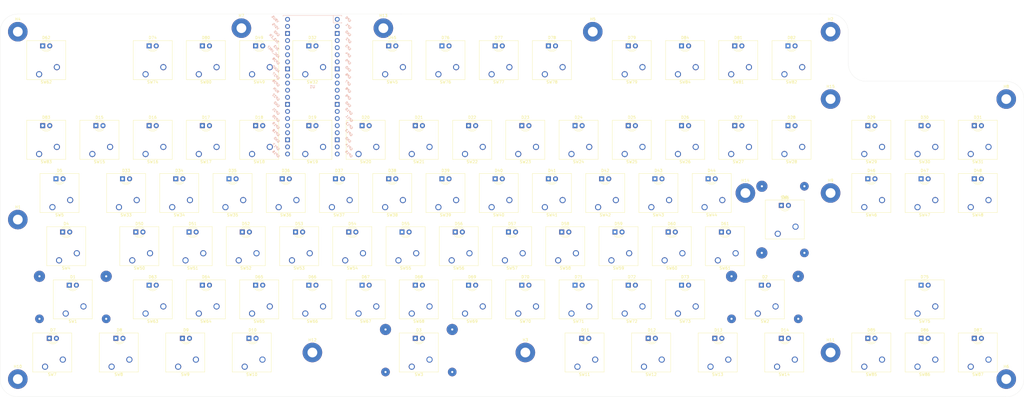
<source format=kicad_pcb>
(kicad_pcb (version 20171130) (host pcbnew "(5.1.10)-1")
  (layers (0 F.Cu signal) (31 B.Cu signal) (34 B.Paste user hide) (35 F.Paste user hide) (36 B.SilkS user) (37 F.SilkS user) (38 B.Mask user hide) (39 F.Mask user hide) (44 Edge.Cuts user))
  (net 0 "")
  (net 1 "Net-(SW1-Pad1)")
  (net 2 "Net-(SW2-Pad1)")
  (net 3 "Net-(SW3-Pad1)")
  (net 4 "Net-(SW4-Pad1)")
  (net 5 "Net-(SW5-Pad1)")
  (net 6 "Net-(SW6-Pad1)")
  (net 7 "Net-(SW7-Pad1)")
  (net 8 "Net-(SW8-Pad1)")
  (net 9 "Net-(SW9-Pad1)")
  (net 10 "Net-(SW10-Pad1)")
  (net 11 "Net-(SW11-Pad1)")
  (net 12 "Net-(SW12-Pad1)")
  (net 13 "Net-(SW13-Pad1)")
  (net 14 "Net-(SW14-Pad1)")
  (net 15 "Net-(SW15-Pad1)")
  (net 16 "Net-(SW16-Pad1)")
  (net 17 "Net-(SW17-Pad1)")
  (net 18 "Net-(SW18-Pad1)")
  (net 19 "Net-(SW19-Pad1)")
  (net 20 "Net-(SW20-Pad1)")
  (net 21 "Net-(SW21-Pad1)")
  (net 22 "Net-(SW22-Pad1)")
  (net 23 "Net-(SW23-Pad1)")
  (net 24 "Net-(SW24-Pad1)")
  (net 25 "Net-(SW25-Pad1)")
  (net 26 "Net-(SW26-Pad1)")
  (net 27 "Net-(SW27-Pad1)")
  (net 28 "Net-(SW28-Pad1)")
  (net 29 "Net-(SW29-Pad1)")
  (net 30 "Net-(SW30-Pad1)")
  (net 31 "Net-(SW31-Pad1)")
  (net 32 "Net-(SW32-Pad1)")
  (net 33 "Net-(SW33-Pad1)")
  (net 34 "Net-(SW34-Pad1)")
  (net 35 "Net-(SW35-Pad1)")
  (net 36 "Net-(SW36-Pad1)")
  (net 37 "Net-(SW37-Pad1)")
  (net 38 "Net-(SW38-Pad1)")
  (net 39 "Net-(SW39-Pad1)")
  (net 40 "Net-(SW40-Pad1)")
  (net 41 "Net-(SW41-Pad1)")
  (net 42 "Net-(SW42-Pad1)")
  (net 43 "Net-(SW43-Pad1)")
  (net 44 "Net-(SW44-Pad1)")
  (net 45 "Net-(SW45-Pad1)")
  (net 46 "Net-(SW46-Pad1)")
  (net 47 "Net-(SW47-Pad1)")
  (net 48 "Net-(SW48-Pad1)")
  (net 49 "Net-(SW49-Pad1)")
  (net 50 "Net-(SW50-Pad1)")
  (net 51 "Net-(SW51-Pad1)")
  (net 52 "Net-(SW52-Pad1)")
  (net 53 "Net-(SW53-Pad1)")
  (net 54 "Net-(SW54-Pad1)")
  (net 55 "Net-(SW55-Pad1)")
  (net 56 "Net-(SW56-Pad1)")
  (net 57 "Net-(SW57-Pad1)")
  (net 58 "Net-(SW58-Pad1)")
  (net 59 "Net-(SW59-Pad1)")
  (net 60 "Net-(SW60-Pad1)")
  (net 61 "Net-(SW61-Pad1)")
  (net 62 "Net-(SW62-Pad1)")
  (net 63 "Net-(SW63-Pad1)")
  (net 64 "Net-(SW64-Pad1)")
  (net 65 "Net-(SW65-Pad1)")
  (net 66 "Net-(SW66-Pad1)")
  (net 67 "Net-(SW67-Pad1)")
  (net 68 "Net-(SW68-Pad1)")
  (net 69 "Net-(SW69-Pad1)")
  (net 70 "Net-(SW70-Pad1)")
  (net 71 "Net-(SW71-Pad1)")
  (net 72 "Net-(SW72-Pad1)")
  (net 73 "Net-(SW73-Pad1)")
  (net 74 "Net-(SW74-Pad1)")
  (net 75 "Net-(SW75-Pad1)")
  (net 76 "Net-(SW76-Pad1)")
  (net 77 "Net-(SW77-Pad1)")
  (net 78 "Net-(SW78-Pad1)")
  (net 79 "Net-(SW79-Pad1)")
  (net 80 "Net-(SW80-Pad1)")
  (net 81 "Net-(SW81-Pad1)")
  (net 82 "Net-(SW82-Pad1)")
  (net 83 "Net-(SW83-Pad1)")
  (net 84 "Net-(SW84-Pad1)")
  (net 85 "Net-(SW85-Pad1)")
  (net 86 "Net-(SW86-Pad1)")
  (net 87 "Net-(SW87-Pad1)")
  (module RPi_Pico:RPi_Pico_SMD_TH (layer B.Cu) (at 146.05 85.725 180)
    (fp_text reference U1 (at 0 0) (layer B.SilkS) (effects (justify mirror)))
    (fp_text value Pico)
    (fp_text user AGND (at 13.054 6.35 315) (layer B.SilkS) (effects (font (size 0.8 0.8)) (justify mirror)))
    (fp_text user GND (at 12.8 19.05 315) (layer B.SilkS) (effects (font (size 0.8 0.8)) (justify mirror)))
    (fp_text user GND (at 12.8 -6.35 315) (layer B.SilkS) (effects (font (size 0.8 0.8)) (justify mirror)))
    (fp_text user GND (at 12.8 -19.05 315) (layer B.SilkS) (effects (font (size 0.8 0.8)) (justify mirror)))
    (fp_text user GND (at -12.8 -19.05 315) (layer B.SilkS) (effects (font (size 0.8 0.8)) (justify mirror)))
    (fp_text user GND (at -12.8 -6.35 315) (layer B.SilkS) (effects (font (size 0.8 0.8)) (justify mirror)))
    (fp_text user GND (at -12.8 6.35 315) (layer B.SilkS) (effects (font (size 0.8 0.8)) (justify mirror)))
    (fp_text user GND (at -12.8 19.05 315) (layer B.SilkS) (effects (font (size 0.8 0.8)) (justify mirror)))
    (fp_text user VBUS (at 13.3 24.2 315) (layer B.SilkS) (effects (font (size 0.8 0.8)) (justify mirror)))
    (fp_text user VSYS (at 13.2 21.59 315) (layer B.SilkS) (effects (font (size 0.8 0.8)) (justify mirror)))
    (fp_text user 3V3_EN (at 13.7 17.2 315) (layer B.SilkS) (effects (font (size 0.8 0.8)) (justify mirror)))
    (fp_text user 3V3 (at 12.9 13.9 315) (layer B.SilkS) (effects (font (size 0.8 0.8)) (justify mirror)))
    (fp_text user ADC_VREF (at 14 12.5 315) (layer B.SilkS) (effects (font (size 0.8 0.8)) (justify mirror)))
    (fp_text user GP28 (at 13.054 9.144 315) (layer B.SilkS) (effects (font (size 0.8 0.8)) (justify mirror)))
    (fp_text user GP27 (at 13.054 3.8 315) (layer B.SilkS) (effects (font (size 0.8 0.8)) (justify mirror)))
    (fp_text user GP26 (at 13.054 1.27 315) (layer B.SilkS) (effects (font (size 0.8 0.8)) (justify mirror)))
    (fp_text user RUN (at 13 -1.27 315) (layer B.SilkS) (effects (font (size 0.8 0.8)) (justify mirror)))
    (fp_text user GP22 (at 13.054 -3.81 315) (layer B.SilkS) (effects (font (size 0.8 0.8)) (justify mirror)))
    (fp_text user GP21 (at 13.054 -8.9 315) (layer B.SilkS) (effects (font (size 0.8 0.8)) (justify mirror)))
    (fp_text user GP20 (at 13.054 -11.43 315) (layer B.SilkS) (effects (font (size 0.8 0.8)) (justify mirror)))
    (fp_text user GP19 (at 13.054 -13.97 315) (layer B.SilkS) (effects (font (size 0.8 0.8)) (justify mirror)))
    (fp_text user GP18 (at 13.054 -16.51 315) (layer B.SilkS) (effects (font (size 0.8 0.8)) (justify mirror)))
    (fp_text user GP17 (at 13.054 -21.59 315) (layer B.SilkS) (effects (font (size 0.8 0.8)) (justify mirror)))
    (fp_text user GP16 (at 13.054 -24.13 315) (layer B.SilkS) (effects (font (size 0.8 0.8)) (justify mirror)))
    (fp_text user GP15 (at -13.054 -24.13 315) (layer B.SilkS) (effects (font (size 0.8 0.8)) (justify mirror)))
    (fp_text user GP14 (at -13.1 -21.59 315) (layer B.SilkS) (effects (font (size 0.8 0.8)) (justify mirror)))
    (fp_text user GP13 (at -13.054 -16.51 315) (layer B.SilkS) (effects (font (size 0.8 0.8)) (justify mirror)))
    (fp_text user GP12 (at -13.2 -13.97 315) (layer B.SilkS) (effects (font (size 0.8 0.8)) (justify mirror)))
    (fp_text user GP11 (at -13.2 -11.43 315) (layer B.SilkS) (effects (font (size 0.8 0.8)) (justify mirror)))
    (fp_text user GP10 (at -13.054 -8.89 315) (layer B.SilkS) (effects (font (size 0.8 0.8)) (justify mirror)))
    (fp_text user GP9 (at -12.8 -3.81 315) (layer B.SilkS) (effects (font (size 0.8 0.8)) (justify mirror)))
    (fp_text user GP8 (at -12.8 -1.27 315) (layer B.SilkS) (effects (font (size 0.8 0.8)) (justify mirror)))
    (fp_text user GP7 (at -12.7 1.3 315) (layer B.SilkS) (effects (font (size 0.8 0.8)) (justify mirror)))
    (fp_text user GP6 (at -12.8 3.81 315) (layer B.SilkS) (effects (font (size 0.8 0.8)) (justify mirror)))
    (fp_text user GP5 (at -12.8 8.89 315) (layer B.SilkS) (effects (font (size 0.8 0.8)) (justify mirror)))
    (fp_text user GP4 (at -12.8 11.43 315) (layer B.SilkS) (effects (font (size 0.8 0.8)) (justify mirror)))
    (fp_text user GP3 (at -12.8 13.97 315) (layer B.SilkS) (effects (font (size 0.8 0.8)) (justify mirror)))
    (fp_text user GP0 (at -12.8 24.13 315) (layer B.SilkS) (effects (font (size 0.8 0.8)) (justify mirror)))
    (fp_text user GP2 (at -12.9 16.51 315) (layer B.SilkS) (effects (font (size 0.8 0.8)) (justify mirror)))
    (fp_text user GP1 (at -12.9 21.6 315) (layer B.SilkS) (effects (font (size 0.8 0.8)) (justify mirror)))
    (pad 40 thru_hole oval (at 8.89 24.13 180) (size 1.7 1.7) (drill 1.02) (layers *.Cu *.Mask))
    (pad 39 thru_hole oval (at 8.89 21.59 180) (size 1.7 1.7) (drill 1.02) (layers *.Cu *.Mask))
    (pad 38 thru_hole rect (at 8.89 19.05 180) (size 1.7 1.7) (drill 1.02) (layers *.Cu *.Mask))
    (pad 37 thru_hole oval (at 8.89 16.51 180) (size 1.7 1.7) (drill 1.02) (layers *.Cu *.Mask))
    (pad 36 thru_hole oval (at 8.89 13.97 180) (size 1.7 1.7) (drill 1.02) (layers *.Cu *.Mask))
    (pad 35 thru_hole oval (at 8.89 11.43 180) (size 1.7 1.7) (drill 1.02) (layers *.Cu *.Mask))
    (pad 34 thru_hole oval (at 8.89 8.89 180) (size 1.7 1.7) (drill 1.02) (layers *.Cu *.Mask))
    (pad 33 thru_hole rect (at 8.89 6.35 180) (size 1.7 1.7) (drill 1.02) (layers *.Cu *.Mask))
    (pad 32 thru_hole oval (at 8.89 3.81 180) (size 1.7 1.7) (drill 1.02) (layers *.Cu *.Mask))
    (pad 31 thru_hole oval (at 8.89 1.27 180) (size 1.7 1.7) (drill 1.02) (layers *.Cu *.Mask))
    (pad 30 thru_hole oval (at 8.89 -1.27 180) (size 1.7 1.7) (drill 1.02) (layers *.Cu *.Mask))
    (pad 29 thru_hole oval (at 8.89 -3.81 180) (size 1.7 1.7) (drill 1.02) (layers *.Cu *.Mask))
    (pad 28 thru_hole rect (at 8.89 -6.35 180) (size 1.7 1.7) (drill 1.02) (layers *.Cu *.Mask))
    (pad 27 thru_hole oval (at 8.89 -8.89 180) (size 1.7 1.7) (drill 1.02) (layers *.Cu *.Mask))
    (pad 26 thru_hole oval (at 8.89 -11.43 180) (size 1.7 1.7) (drill 1.02) (layers *.Cu *.Mask))
    (pad 25 thru_hole oval (at 8.89 -13.97 180) (size 1.7 1.7) (drill 1.02) (layers *.Cu *.Mask))
    (pad 24 thru_hole oval (at 8.89 -16.51 180) (size 1.7 1.7) (drill 1.02) (layers *.Cu *.Mask))
    (pad 23 thru_hole rect (at 8.89 -19.05 180) (size 1.7 1.7) (drill 1.02) (layers *.Cu *.Mask))
    (pad 22 thru_hole oval (at 8.89 -21.59 180) (size 1.7 1.7) (drill 1.02) (layers *.Cu *.Mask))
    (pad 21 thru_hole oval (at 8.89 -24.13 180) (size 1.7 1.7) (drill 1.02) (layers *.Cu *.Mask))
    (pad 20 thru_hole oval (at -8.89 -24.13 180) (size 1.7 1.7) (drill 1.02) (layers *.Cu *.Mask))
    (pad 19 thru_hole oval (at -8.89 -21.59 180) (size 1.7 1.7) (drill 1.02) (layers *.Cu *.Mask))
    (pad 18 thru_hole rect (at -8.89 -19.05 180) (size 1.7 1.7) (drill 1.02) (layers *.Cu *.Mask))
    (pad 17 thru_hole oval (at -8.89 -16.51 180) (size 1.7 1.7) (drill 1.02) (layers *.Cu *.Mask))
    (pad 16 thru_hole oval (at -8.89 -13.97 180) (size 1.7 1.7) (drill 1.02) (layers *.Cu *.Mask))
    (pad 15 thru_hole oval (at -8.89 -11.43 180) (size 1.7 1.7) (drill 1.02) (layers *.Cu *.Mask))
    (pad 14 thru_hole oval (at -8.89 -8.89 180) (size 1.7 1.7) (drill 1.02) (layers *.Cu *.Mask))
    (pad 13 thru_hole rect (at -8.89 -6.35 180) (size 1.7 1.7) (drill 1.02) (layers *.Cu *.Mask))
    (pad 12 thru_hole oval (at -8.89 -3.81 180) (size 1.7 1.7) (drill 1.02) (layers *.Cu *.Mask))
    (pad 11 thru_hole oval (at -8.89 -1.27 180) (size 1.7 1.7) (drill 1.02) (layers *.Cu *.Mask))
    (pad 10 thru_hole oval (at -8.89 1.27 180) (size 1.7 1.7) (drill 1.02) (layers *.Cu *.Mask))
    (pad 9 thru_hole oval (at -8.89 3.81 180) (size 1.7 1.7) (drill 1.02) (layers *.Cu *.Mask))
    (pad 8 thru_hole rect (at -8.89 6.35 180) (size 1.7 1.7) (drill 1.02) (layers *.Cu *.Mask))
    (pad 7 thru_hole oval (at -8.89 8.89 180) (size 1.7 1.7) (drill 1.02) (layers *.Cu *.Mask))
    (pad 6 thru_hole oval (at -8.89 11.43 180) (size 1.7 1.7) (drill 1.02) (layers *.Cu *.Mask))
    (pad 5 thru_hole oval (at -8.89 13.97 180) (size 1.7 1.7) (drill 1.02) (layers *.Cu *.Mask))
    (pad 4 thru_hole oval (at -8.89 16.51 180) (size 1.7 1.7) (drill 1.02) (layers *.Cu *.Mask))
    (pad 3 thru_hole rect (at -8.89 19.05 180) (size 1.7 1.7) (drill 1.02) (layers *.Cu *.Mask))
    (pad 2 thru_hole oval (at -8.89 21.59 180) (size 1.7 1.7) (drill 1.02) (layers *.Cu *.Mask))
    (pad 1 thru_hole oval (at -8.89 24.13 180) (size 1.7 1.7) (drill 1.02) (layers *.Cu *.Mask))
  )
  (module YazawaLib:SW_Cherry_MX_1.00u_Plate (layer F.Cu) (at 384.175 180.975)
    (fp_text reference SW87 (at 0 7.874 180) (layer F.SilkS))
    (fp_text value SW_MEC_5G)
    (pad "" np_thru_hole circle (at 0 0 180) (size 4 4) (drill 4) (layers *.Cu *.Mask))
    (pad 1 thru_hole circle (at 3.81 2.54 180) (size 2.2 2.2) (drill 1.5) (layers *.Cu *.Mask) (net 87 "Net-(SW87-Pad1)"))
    (pad 2 thru_hole circle (at -2.54 5.08 180) (size 2.2 2.2) (drill 1.5) (layers *.Cu *.Mask) (net 87 "Net-(SW87-Pad1)"))
  )
  (module YazawaLib:SW_Cherry_MX_1.00u_Plate (layer F.Cu) (at 365.125 180.975)
    (fp_text reference SW86 (at 0 7.874 180) (layer F.SilkS))
    (fp_text value SW_MEC_5G)
    (pad "" np_thru_hole circle (at 0 0 180) (size 4 4) (drill 4) (layers *.Cu *.Mask))
    (pad 1 thru_hole circle (at 3.81 2.54 180) (size 2.2 2.2) (drill 1.5) (layers *.Cu *.Mask) (net 86 "Net-(SW86-Pad1)"))
    (pad 2 thru_hole circle (at -2.54 5.08 180) (size 2.2 2.2) (drill 1.5) (layers *.Cu *.Mask) (net 86 "Net-(SW86-Pad1)"))
  )
  (module YazawaLib:SW_Cherry_MX_1.00u_Plate (layer F.Cu) (at 346.075 180.975)
    (fp_text reference SW85 (at 0 7.874 180) (layer F.SilkS))
    (fp_text value SW_MEC_5G)
    (pad "" np_thru_hole circle (at 0 0 180) (size 4 4) (drill 4) (layers *.Cu *.Mask))
    (pad 1 thru_hole circle (at 3.81 2.54 180) (size 2.2 2.2) (drill 1.5) (layers *.Cu *.Mask) (net 85 "Net-(SW85-Pad1)"))
    (pad 2 thru_hole circle (at -2.54 5.08 180) (size 2.2 2.2) (drill 1.5) (layers *.Cu *.Mask) (net 85 "Net-(SW85-Pad1)"))
  )
  (module YazawaLib:SW_Cherry_MX_1.00u_Plate (layer F.Cu) (at 279.4 76.2)
    (fp_text reference SW84 (at 0 7.874 180) (layer F.SilkS))
    (fp_text value SW_MEC_5G)
    (pad "" np_thru_hole circle (at 0 0 180) (size 4 4) (drill 4) (layers *.Cu *.Mask))
    (pad 1 thru_hole circle (at 3.81 2.54 180) (size 2.2 2.2) (drill 1.5) (layers *.Cu *.Mask) (net 84 "Net-(SW84-Pad1)"))
    (pad 2 thru_hole circle (at -2.54 5.08 180) (size 2.2 2.2) (drill 1.5) (layers *.Cu *.Mask) (net 84 "Net-(SW84-Pad1)"))
  )
  (module YazawaLib:SW_Cherry_MX_1.00u_Plate (layer F.Cu) (at 50.8 104.775)
    (fp_text reference SW83 (at 0 7.874 180) (layer F.SilkS))
    (fp_text value SW_MEC_5G)
    (pad "" np_thru_hole circle (at 0 0 180) (size 4 4) (drill 4) (layers *.Cu *.Mask))
    (pad 1 thru_hole circle (at 3.81 2.54 180) (size 2.2 2.2) (drill 1.5) (layers *.Cu *.Mask) (net 83 "Net-(SW83-Pad1)"))
    (pad 2 thru_hole circle (at -2.54 5.08 180) (size 2.2 2.2) (drill 1.5) (layers *.Cu *.Mask) (net 83 "Net-(SW83-Pad1)"))
  )
  (module YazawaLib:SW_Cherry_MX_1.00u_Plate (layer F.Cu) (at 317.5 76.2)
    (fp_text reference SW82 (at 0 7.874 180) (layer F.SilkS))
    (fp_text value SW_MEC_5G)
    (pad "" np_thru_hole circle (at 0 0 180) (size 4 4) (drill 4) (layers *.Cu *.Mask))
    (pad 1 thru_hole circle (at 3.81 2.54 180) (size 2.2 2.2) (drill 1.5) (layers *.Cu *.Mask) (net 82 "Net-(SW82-Pad1)"))
    (pad 2 thru_hole circle (at -2.54 5.08 180) (size 2.2 2.2) (drill 1.5) (layers *.Cu *.Mask) (net 82 "Net-(SW82-Pad1)"))
  )
  (module YazawaLib:SW_Cherry_MX_1.00u_Plate (layer F.Cu) (at 298.45 76.2)
    (fp_text reference SW81 (at 0 7.874 180) (layer F.SilkS))
    (fp_text value SW_MEC_5G)
    (pad "" np_thru_hole circle (at 0 0 180) (size 4 4) (drill 4) (layers *.Cu *.Mask))
    (pad 1 thru_hole circle (at 3.81 2.54 180) (size 2.2 2.2) (drill 1.5) (layers *.Cu *.Mask) (net 81 "Net-(SW81-Pad1)"))
    (pad 2 thru_hole circle (at -2.54 5.08 180) (size 2.2 2.2) (drill 1.5) (layers *.Cu *.Mask) (net 81 "Net-(SW81-Pad1)"))
  )
  (module YazawaLib:SW_Cherry_MX_1.00u_Plate (layer F.Cu) (at 107.95 76.2)
    (fp_text reference SW80 (at 0 7.874 180) (layer F.SilkS))
    (fp_text value SW_MEC_5G)
    (pad "" np_thru_hole circle (at 0 0 180) (size 4 4) (drill 4) (layers *.Cu *.Mask))
    (pad 1 thru_hole circle (at 3.81 2.54 180) (size 2.2 2.2) (drill 1.5) (layers *.Cu *.Mask) (net 80 "Net-(SW80-Pad1)"))
    (pad 2 thru_hole circle (at -2.54 5.08 180) (size 2.2 2.2) (drill 1.5) (layers *.Cu *.Mask) (net 80 "Net-(SW80-Pad1)"))
  )
  (module YazawaLib:SW_Cherry_MX_1.00u_Plate (layer F.Cu) (at 260.35 76.2)
    (fp_text reference SW79 (at 0 7.874 180) (layer F.SilkS))
    (fp_text value SW_MEC_5G)
    (pad "" np_thru_hole circle (at 0 0 180) (size 4 4) (drill 4) (layers *.Cu *.Mask))
    (pad 1 thru_hole circle (at 3.81 2.54 180) (size 2.2 2.2) (drill 1.5) (layers *.Cu *.Mask) (net 79 "Net-(SW79-Pad1)"))
    (pad 2 thru_hole circle (at -2.54 5.08 180) (size 2.2 2.2) (drill 1.5) (layers *.Cu *.Mask) (net 79 "Net-(SW79-Pad1)"))
  )
  (module YazawaLib:SW_Cherry_MX_1.00u_Plate (layer F.Cu) (at 231.775 76.2)
    (fp_text reference SW78 (at 0 7.874 180) (layer F.SilkS))
    (fp_text value SW_MEC_5G)
    (pad "" np_thru_hole circle (at 0 0 180) (size 4 4) (drill 4) (layers *.Cu *.Mask))
    (pad 1 thru_hole circle (at 3.81 2.54 180) (size 2.2 2.2) (drill 1.5) (layers *.Cu *.Mask) (net 78 "Net-(SW78-Pad1)"))
    (pad 2 thru_hole circle (at -2.54 5.08 180) (size 2.2 2.2) (drill 1.5) (layers *.Cu *.Mask) (net 78 "Net-(SW78-Pad1)"))
  )
  (module YazawaLib:SW_Cherry_MX_1.00u_Plate (layer F.Cu) (at 212.725 76.2)
    (fp_text reference SW77 (at 0 7.874 180) (layer F.SilkS))
    (fp_text value SW_MEC_5G)
    (pad "" np_thru_hole circle (at 0 0 180) (size 4 4) (drill 4) (layers *.Cu *.Mask))
    (pad 1 thru_hole circle (at 3.81 2.54 180) (size 2.2 2.2) (drill 1.5) (layers *.Cu *.Mask) (net 77 "Net-(SW77-Pad1)"))
    (pad 2 thru_hole circle (at -2.54 5.08 180) (size 2.2 2.2) (drill 1.5) (layers *.Cu *.Mask) (net 77 "Net-(SW77-Pad1)"))
  )
  (module YazawaLib:SW_Cherry_MX_1.00u_Plate (layer F.Cu) (at 193.675 76.2)
    (fp_text reference SW76 (at 0 7.874 180) (layer F.SilkS))
    (fp_text value SW_MEC_5G)
    (pad "" np_thru_hole circle (at 0 0 180) (size 4 4) (drill 4) (layers *.Cu *.Mask))
    (pad 1 thru_hole circle (at 3.81 2.54 180) (size 2.2 2.2) (drill 1.5) (layers *.Cu *.Mask) (net 76 "Net-(SW76-Pad1)"))
    (pad 2 thru_hole circle (at -2.54 5.08 180) (size 2.2 2.2) (drill 1.5) (layers *.Cu *.Mask) (net 76 "Net-(SW76-Pad1)"))
  )
  (module YazawaLib:SW_Cherry_MX_1.00u_Plate (layer F.Cu) (at 365.125 161.925)
    (fp_text reference SW75 (at 0 7.874 180) (layer F.SilkS))
    (fp_text value SW_MEC_5G)
    (pad "" np_thru_hole circle (at 0 0 180) (size 4 4) (drill 4) (layers *.Cu *.Mask))
    (pad 1 thru_hole circle (at 3.81 2.54 180) (size 2.2 2.2) (drill 1.5) (layers *.Cu *.Mask) (net 75 "Net-(SW75-Pad1)"))
    (pad 2 thru_hole circle (at -2.54 5.08 180) (size 2.2 2.2) (drill 1.5) (layers *.Cu *.Mask) (net 75 "Net-(SW75-Pad1)"))
  )
  (module YazawaLib:SW_Cherry_MX_1.00u_Plate (layer F.Cu) (at 88.9 76.2)
    (fp_text reference SW74 (at 0 7.874 180) (layer F.SilkS))
    (fp_text value SW_MEC_5G)
    (pad "" np_thru_hole circle (at 0 0 180) (size 4 4) (drill 4) (layers *.Cu *.Mask))
    (pad 1 thru_hole circle (at 3.81 2.54 180) (size 2.2 2.2) (drill 1.5) (layers *.Cu *.Mask) (net 74 "Net-(SW74-Pad1)"))
    (pad 2 thru_hole circle (at -2.54 5.08 180) (size 2.2 2.2) (drill 1.5) (layers *.Cu *.Mask) (net 74 "Net-(SW74-Pad1)"))
  )
  (module YazawaLib:SW_Cherry_MX_1.00u_Plate (layer F.Cu) (at 279.4 161.925)
    (fp_text reference SW73 (at 0 7.874 180) (layer F.SilkS))
    (fp_text value SW_MEC_5G)
    (pad "" np_thru_hole circle (at 0 0 180) (size 4 4) (drill 4) (layers *.Cu *.Mask))
    (pad 1 thru_hole circle (at 3.81 2.54 180) (size 2.2 2.2) (drill 1.5) (layers *.Cu *.Mask) (net 73 "Net-(SW73-Pad1)"))
    (pad 2 thru_hole circle (at -2.54 5.08 180) (size 2.2 2.2) (drill 1.5) (layers *.Cu *.Mask) (net 73 "Net-(SW73-Pad1)"))
  )
  (module YazawaLib:SW_Cherry_MX_1.00u_Plate (layer F.Cu) (at 260.35 161.925)
    (fp_text reference SW72 (at 0 7.874 180) (layer F.SilkS))
    (fp_text value SW_MEC_5G)
    (pad "" np_thru_hole circle (at 0 0 180) (size 4 4) (drill 4) (layers *.Cu *.Mask))
    (pad 1 thru_hole circle (at 3.81 2.54 180) (size 2.2 2.2) (drill 1.5) (layers *.Cu *.Mask) (net 72 "Net-(SW72-Pad1)"))
    (pad 2 thru_hole circle (at -2.54 5.08 180) (size 2.2 2.2) (drill 1.5) (layers *.Cu *.Mask) (net 72 "Net-(SW72-Pad1)"))
  )
  (module YazawaLib:SW_Cherry_MX_1.00u_Plate (layer F.Cu) (at 241.3 161.925)
    (fp_text reference SW71 (at 0 7.874 180) (layer F.SilkS))
    (fp_text value SW_MEC_5G)
    (pad "" np_thru_hole circle (at 0 0 180) (size 4 4) (drill 4) (layers *.Cu *.Mask))
    (pad 1 thru_hole circle (at 3.81 2.54 180) (size 2.2 2.2) (drill 1.5) (layers *.Cu *.Mask) (net 71 "Net-(SW71-Pad1)"))
    (pad 2 thru_hole circle (at -2.54 5.08 180) (size 2.2 2.2) (drill 1.5) (layers *.Cu *.Mask) (net 71 "Net-(SW71-Pad1)"))
  )
  (module YazawaLib:SW_Cherry_MX_1.00u_Plate (layer F.Cu) (at 222.25 161.925)
    (fp_text reference SW70 (at 0 7.874 180) (layer F.SilkS))
    (fp_text value SW_MEC_5G)
    (pad "" np_thru_hole circle (at 0 0 180) (size 4 4) (drill 4) (layers *.Cu *.Mask))
    (pad 1 thru_hole circle (at 3.81 2.54 180) (size 2.2 2.2) (drill 1.5) (layers *.Cu *.Mask) (net 70 "Net-(SW70-Pad1)"))
    (pad 2 thru_hole circle (at -2.54 5.08 180) (size 2.2 2.2) (drill 1.5) (layers *.Cu *.Mask) (net 70 "Net-(SW70-Pad1)"))
  )
  (module YazawaLib:SW_Cherry_MX_1.00u_Plate (layer F.Cu) (at 203.2 161.925)
    (fp_text reference SW69 (at 0 7.874 180) (layer F.SilkS))
    (fp_text value SW_MEC_5G)
    (pad "" np_thru_hole circle (at 0 0 180) (size 4 4) (drill 4) (layers *.Cu *.Mask))
    (pad 1 thru_hole circle (at 3.81 2.54 180) (size 2.2 2.2) (drill 1.5) (layers *.Cu *.Mask) (net 69 "Net-(SW69-Pad1)"))
    (pad 2 thru_hole circle (at -2.54 5.08 180) (size 2.2 2.2) (drill 1.5) (layers *.Cu *.Mask) (net 69 "Net-(SW69-Pad1)"))
  )
  (module YazawaLib:SW_Cherry_MX_1.00u_Plate (layer F.Cu) (at 184.15 161.925)
    (fp_text reference SW68 (at 0 7.874 180) (layer F.SilkS))
    (fp_text value SW_MEC_5G)
    (pad "" np_thru_hole circle (at 0 0 180) (size 4 4) (drill 4) (layers *.Cu *.Mask))
    (pad 1 thru_hole circle (at 3.81 2.54 180) (size 2.2 2.2) (drill 1.5) (layers *.Cu *.Mask) (net 68 "Net-(SW68-Pad1)"))
    (pad 2 thru_hole circle (at -2.54 5.08 180) (size 2.2 2.2) (drill 1.5) (layers *.Cu *.Mask) (net 68 "Net-(SW68-Pad1)"))
  )
  (module YazawaLib:SW_Cherry_MX_1.00u_Plate (layer F.Cu) (at 165.1 161.925)
    (fp_text reference SW67 (at 0 7.874 180) (layer F.SilkS))
    (fp_text value SW_MEC_5G)
    (pad "" np_thru_hole circle (at 0 0 180) (size 4 4) (drill 4) (layers *.Cu *.Mask))
    (pad 1 thru_hole circle (at 3.81 2.54 180) (size 2.2 2.2) (drill 1.5) (layers *.Cu *.Mask) (net 67 "Net-(SW67-Pad1)"))
    (pad 2 thru_hole circle (at -2.54 5.08 180) (size 2.2 2.2) (drill 1.5) (layers *.Cu *.Mask) (net 67 "Net-(SW67-Pad1)"))
  )
  (module YazawaLib:SW_Cherry_MX_1.00u_Plate (layer F.Cu) (at 146.05 161.925)
    (fp_text reference SW66 (at 0 7.874 180) (layer F.SilkS))
    (fp_text value SW_MEC_5G)
    (pad "" np_thru_hole circle (at 0 0 180) (size 4 4) (drill 4) (layers *.Cu *.Mask))
    (pad 1 thru_hole circle (at 3.81 2.54 180) (size 2.2 2.2) (drill 1.5) (layers *.Cu *.Mask) (net 66 "Net-(SW66-Pad1)"))
    (pad 2 thru_hole circle (at -2.54 5.08 180) (size 2.2 2.2) (drill 1.5) (layers *.Cu *.Mask) (net 66 "Net-(SW66-Pad1)"))
  )
  (module YazawaLib:SW_Cherry_MX_1.00u_Plate (layer F.Cu) (at 127 161.925)
    (fp_text reference SW65 (at 0 7.874 180) (layer F.SilkS))
    (fp_text value SW_MEC_5G)
    (pad "" np_thru_hole circle (at 0 0 180) (size 4 4) (drill 4) (layers *.Cu *.Mask))
    (pad 1 thru_hole circle (at 3.81 2.54 180) (size 2.2 2.2) (drill 1.5) (layers *.Cu *.Mask) (net 65 "Net-(SW65-Pad1)"))
    (pad 2 thru_hole circle (at -2.54 5.08 180) (size 2.2 2.2) (drill 1.5) (layers *.Cu *.Mask) (net 65 "Net-(SW65-Pad1)"))
  )
  (module YazawaLib:SW_Cherry_MX_1.00u_Plate (layer F.Cu) (at 107.95 161.925)
    (fp_text reference SW64 (at 0 7.874 180) (layer F.SilkS))
    (fp_text value SW_MEC_5G)
    (pad "" np_thru_hole circle (at 0 0 180) (size 4 4) (drill 4) (layers *.Cu *.Mask))
    (pad 1 thru_hole circle (at 3.81 2.54 180) (size 2.2 2.2) (drill 1.5) (layers *.Cu *.Mask) (net 64 "Net-(SW64-Pad1)"))
    (pad 2 thru_hole circle (at -2.54 5.08 180) (size 2.2 2.2) (drill 1.5) (layers *.Cu *.Mask) (net 64 "Net-(SW64-Pad1)"))
  )
  (module YazawaLib:SW_Cherry_MX_1.00u_Plate (layer F.Cu) (at 88.9 161.925)
    (fp_text reference SW63 (at 0 7.874 180) (layer F.SilkS))
    (fp_text value SW_MEC_5G)
    (pad "" np_thru_hole circle (at 0 0 180) (size 4 4) (drill 4) (layers *.Cu *.Mask))
    (pad 1 thru_hole circle (at 3.81 2.54 180) (size 2.2 2.2) (drill 1.5) (layers *.Cu *.Mask) (net 63 "Net-(SW63-Pad1)"))
    (pad 2 thru_hole circle (at -2.54 5.08 180) (size 2.2 2.2) (drill 1.5) (layers *.Cu *.Mask) (net 63 "Net-(SW63-Pad1)"))
  )
  (module YazawaLib:SW_Cherry_MX_1.00u_Plate (layer F.Cu) (at 50.8 76.2)
    (fp_text reference SW62 (at 0 7.874 180) (layer F.SilkS))
    (fp_text value SW_MEC_5G)
    (pad "" np_thru_hole circle (at 0 0 180) (size 4 4) (drill 4) (layers *.Cu *.Mask))
    (pad 1 thru_hole circle (at 3.81 2.54 180) (size 2.2 2.2) (drill 1.5) (layers *.Cu *.Mask) (net 62 "Net-(SW62-Pad1)"))
    (pad 2 thru_hole circle (at -2.54 5.08 180) (size 2.2 2.2) (drill 1.5) (layers *.Cu *.Mask) (net 62 "Net-(SW62-Pad1)"))
  )
  (module YazawaLib:SW_Cherry_MX_1.00u_Plate (layer F.Cu) (at 293.6875 142.875)
    (fp_text reference SW61 (at 0 7.874 180) (layer F.SilkS))
    (fp_text value SW_MEC_5G)
    (pad "" np_thru_hole circle (at 0 0 180) (size 4 4) (drill 4) (layers *.Cu *.Mask))
    (pad 1 thru_hole circle (at 3.81 2.54 180) (size 2.2 2.2) (drill 1.5) (layers *.Cu *.Mask) (net 61 "Net-(SW61-Pad1)"))
    (pad 2 thru_hole circle (at -2.54 5.08 180) (size 2.2 2.2) (drill 1.5) (layers *.Cu *.Mask) (net 61 "Net-(SW61-Pad1)"))
  )
  (module YazawaLib:SW_Cherry_MX_1.00u_Plate (layer F.Cu) (at 274.6375 142.875)
    (fp_text reference SW60 (at 0 7.874 180) (layer F.SilkS))
    (fp_text value SW_MEC_5G)
    (pad "" np_thru_hole circle (at 0 0 180) (size 4 4) (drill 4) (layers *.Cu *.Mask))
    (pad 1 thru_hole circle (at 3.81 2.54 180) (size 2.2 2.2) (drill 1.5) (layers *.Cu *.Mask) (net 60 "Net-(SW60-Pad1)"))
    (pad 2 thru_hole circle (at -2.54 5.08 180) (size 2.2 2.2) (drill 1.5) (layers *.Cu *.Mask) (net 60 "Net-(SW60-Pad1)"))
  )
  (module YazawaLib:SW_Cherry_MX_1.00u_Plate (layer F.Cu) (at 255.5875 142.875)
    (fp_text reference SW59 (at 0 7.874 180) (layer F.SilkS))
    (fp_text value SW_MEC_5G)
    (pad "" np_thru_hole circle (at 0 0 180) (size 4 4) (drill 4) (layers *.Cu *.Mask))
    (pad 1 thru_hole circle (at 3.81 2.54 180) (size 2.2 2.2) (drill 1.5) (layers *.Cu *.Mask) (net 59 "Net-(SW59-Pad1)"))
    (pad 2 thru_hole circle (at -2.54 5.08 180) (size 2.2 2.2) (drill 1.5) (layers *.Cu *.Mask) (net 59 "Net-(SW59-Pad1)"))
  )
  (module YazawaLib:SW_Cherry_MX_1.00u_Plate (layer F.Cu) (at 236.5375 142.875)
    (fp_text reference SW58 (at 0 7.874 180) (layer F.SilkS))
    (fp_text value SW_MEC_5G)
    (pad "" np_thru_hole circle (at 0 0 180) (size 4 4) (drill 4) (layers *.Cu *.Mask))
    (pad 1 thru_hole circle (at 3.81 2.54 180) (size 2.2 2.2) (drill 1.5) (layers *.Cu *.Mask) (net 58 "Net-(SW58-Pad1)"))
    (pad 2 thru_hole circle (at -2.54 5.08 180) (size 2.2 2.2) (drill 1.5) (layers *.Cu *.Mask) (net 58 "Net-(SW58-Pad1)"))
  )
  (module YazawaLib:SW_Cherry_MX_1.00u_Plate (layer F.Cu) (at 217.4875 142.875)
    (fp_text reference SW57 (at 0 7.874 180) (layer F.SilkS))
    (fp_text value SW_MEC_5G)
    (pad "" np_thru_hole circle (at 0 0 180) (size 4 4) (drill 4) (layers *.Cu *.Mask))
    (pad 1 thru_hole circle (at 3.81 2.54 180) (size 2.2 2.2) (drill 1.5) (layers *.Cu *.Mask) (net 57 "Net-(SW57-Pad1)"))
    (pad 2 thru_hole circle (at -2.54 5.08 180) (size 2.2 2.2) (drill 1.5) (layers *.Cu *.Mask) (net 57 "Net-(SW57-Pad1)"))
  )
  (module YazawaLib:SW_Cherry_MX_1.00u_Plate (layer F.Cu) (at 198.4375 142.875)
    (fp_text reference SW56 (at 0 7.874 180) (layer F.SilkS))
    (fp_text value SW_MEC_5G)
    (pad "" np_thru_hole circle (at 0 0 180) (size 4 4) (drill 4) (layers *.Cu *.Mask))
    (pad 1 thru_hole circle (at 3.81 2.54 180) (size 2.2 2.2) (drill 1.5) (layers *.Cu *.Mask) (net 56 "Net-(SW56-Pad1)"))
    (pad 2 thru_hole circle (at -2.54 5.08 180) (size 2.2 2.2) (drill 1.5) (layers *.Cu *.Mask) (net 56 "Net-(SW56-Pad1)"))
  )
  (module YazawaLib:SW_Cherry_MX_1.00u_Plate (layer F.Cu) (at 179.3875 142.875)
    (fp_text reference SW55 (at 0 7.874 180) (layer F.SilkS))
    (fp_text value SW_MEC_5G)
    (pad "" np_thru_hole circle (at 0 0 180) (size 4 4) (drill 4) (layers *.Cu *.Mask))
    (pad 1 thru_hole circle (at 3.81 2.54 180) (size 2.2 2.2) (drill 1.5) (layers *.Cu *.Mask) (net 55 "Net-(SW55-Pad1)"))
    (pad 2 thru_hole circle (at -2.54 5.08 180) (size 2.2 2.2) (drill 1.5) (layers *.Cu *.Mask) (net 55 "Net-(SW55-Pad1)"))
  )
  (module YazawaLib:SW_Cherry_MX_1.00u_Plate (layer F.Cu) (at 160.3375 142.875)
    (fp_text reference SW54 (at 0 7.874 180) (layer F.SilkS))
    (fp_text value SW_MEC_5G)
    (pad "" np_thru_hole circle (at 0 0 180) (size 4 4) (drill 4) (layers *.Cu *.Mask))
    (pad 1 thru_hole circle (at 3.81 2.54 180) (size 2.2 2.2) (drill 1.5) (layers *.Cu *.Mask) (net 54 "Net-(SW54-Pad1)"))
    (pad 2 thru_hole circle (at -2.54 5.08 180) (size 2.2 2.2) (drill 1.5) (layers *.Cu *.Mask) (net 54 "Net-(SW54-Pad1)"))
  )
  (module YazawaLib:SW_Cherry_MX_1.00u_Plate (layer F.Cu) (at 141.2875 142.875)
    (fp_text reference SW53 (at 0 7.874 180) (layer F.SilkS))
    (fp_text value SW_MEC_5G)
    (pad "" np_thru_hole circle (at 0 0 180) (size 4 4) (drill 4) (layers *.Cu *.Mask))
    (pad 1 thru_hole circle (at 3.81 2.54 180) (size 2.2 2.2) (drill 1.5) (layers *.Cu *.Mask) (net 53 "Net-(SW53-Pad1)"))
    (pad 2 thru_hole circle (at -2.54 5.08 180) (size 2.2 2.2) (drill 1.5) (layers *.Cu *.Mask) (net 53 "Net-(SW53-Pad1)"))
  )
  (module YazawaLib:SW_Cherry_MX_1.00u_Plate (layer F.Cu) (at 122.2375 142.875)
    (fp_text reference SW52 (at 0 7.874 180) (layer F.SilkS))
    (fp_text value SW_MEC_5G)
    (pad "" np_thru_hole circle (at 0 0 180) (size 4 4) (drill 4) (layers *.Cu *.Mask))
    (pad 1 thru_hole circle (at 3.81 2.54 180) (size 2.2 2.2) (drill 1.5) (layers *.Cu *.Mask) (net 52 "Net-(SW52-Pad1)"))
    (pad 2 thru_hole circle (at -2.54 5.08 180) (size 2.2 2.2) (drill 1.5) (layers *.Cu *.Mask) (net 52 "Net-(SW52-Pad1)"))
  )
  (module YazawaLib:SW_Cherry_MX_1.00u_Plate (layer F.Cu) (at 103.1875 142.875)
    (fp_text reference SW51 (at 0 7.874 180) (layer F.SilkS))
    (fp_text value SW_MEC_5G)
    (pad "" np_thru_hole circle (at 0 0 180) (size 4 4) (drill 4) (layers *.Cu *.Mask))
    (pad 1 thru_hole circle (at 3.81 2.54 180) (size 2.2 2.2) (drill 1.5) (layers *.Cu *.Mask) (net 51 "Net-(SW51-Pad1)"))
    (pad 2 thru_hole circle (at -2.54 5.08 180) (size 2.2 2.2) (drill 1.5) (layers *.Cu *.Mask) (net 51 "Net-(SW51-Pad1)"))
  )
  (module YazawaLib:SW_Cherry_MX_1.00u_Plate (layer F.Cu) (at 84.1375 142.875)
    (fp_text reference SW50 (at 0 7.874 180) (layer F.SilkS))
    (fp_text value SW_MEC_5G)
    (pad "" np_thru_hole circle (at 0 0 180) (size 4 4) (drill 4) (layers *.Cu *.Mask))
    (pad 1 thru_hole circle (at 3.81 2.54 180) (size 2.2 2.2) (drill 1.5) (layers *.Cu *.Mask) (net 50 "Net-(SW50-Pad1)"))
    (pad 2 thru_hole circle (at -2.54 5.08 180) (size 2.2 2.2) (drill 1.5) (layers *.Cu *.Mask) (net 50 "Net-(SW50-Pad1)"))
  )
  (module YazawaLib:SW_Cherry_MX_1.00u_Plate (layer F.Cu) (at 127 76.2)
    (fp_text reference SW49 (at 0 7.874 180) (layer F.SilkS))
    (fp_text value SW_MEC_5G)
    (pad "" np_thru_hole circle (at 0 0 180) (size 4 4) (drill 4) (layers *.Cu *.Mask))
    (pad 1 thru_hole circle (at 3.81 2.54 180) (size 2.2 2.2) (drill 1.5) (layers *.Cu *.Mask) (net 49 "Net-(SW49-Pad1)"))
    (pad 2 thru_hole circle (at -2.54 5.08 180) (size 2.2 2.2) (drill 1.5) (layers *.Cu *.Mask) (net 49 "Net-(SW49-Pad1)"))
  )
  (module YazawaLib:SW_Cherry_MX_1.00u_Plate (layer F.Cu) (at 384.175 123.825)
    (fp_text reference SW48 (at 0 7.874 180) (layer F.SilkS))
    (fp_text value SW_MEC_5G)
    (pad "" np_thru_hole circle (at 0 0 180) (size 4 4) (drill 4) (layers *.Cu *.Mask))
    (pad 1 thru_hole circle (at 3.81 2.54 180) (size 2.2 2.2) (drill 1.5) (layers *.Cu *.Mask) (net 48 "Net-(SW48-Pad1)"))
    (pad 2 thru_hole circle (at -2.54 5.08 180) (size 2.2 2.2) (drill 1.5) (layers *.Cu *.Mask) (net 48 "Net-(SW48-Pad1)"))
  )
  (module YazawaLib:SW_Cherry_MX_1.00u_Plate (layer F.Cu) (at 365.125 123.825)
    (fp_text reference SW47 (at 0 7.874 180) (layer F.SilkS))
    (fp_text value SW_MEC_5G)
    (pad "" np_thru_hole circle (at 0 0 180) (size 4 4) (drill 4) (layers *.Cu *.Mask))
    (pad 1 thru_hole circle (at 3.81 2.54 180) (size 2.2 2.2) (drill 1.5) (layers *.Cu *.Mask) (net 47 "Net-(SW47-Pad1)"))
    (pad 2 thru_hole circle (at -2.54 5.08 180) (size 2.2 2.2) (drill 1.5) (layers *.Cu *.Mask) (net 47 "Net-(SW47-Pad1)"))
  )
  (module YazawaLib:SW_Cherry_MX_1.00u_Plate (layer F.Cu) (at 346.075 123.825)
    (fp_text reference SW46 (at 0 7.874 180) (layer F.SilkS))
    (fp_text value SW_MEC_5G)
    (pad "" np_thru_hole circle (at 0 0 180) (size 4 4) (drill 4) (layers *.Cu *.Mask))
    (pad 1 thru_hole circle (at 3.81 2.54 180) (size 2.2 2.2) (drill 1.5) (layers *.Cu *.Mask) (net 46 "Net-(SW46-Pad1)"))
    (pad 2 thru_hole circle (at -2.54 5.08 180) (size 2.2 2.2) (drill 1.5) (layers *.Cu *.Mask) (net 46 "Net-(SW46-Pad1)"))
  )
  (module YazawaLib:SW_Cherry_MX_1.00u_Plate (layer F.Cu) (at 174.625 76.2)
    (fp_text reference SW45 (at 0 7.874 180) (layer F.SilkS))
    (fp_text value SW_MEC_5G)
    (pad "" np_thru_hole circle (at 0 0 180) (size 4 4) (drill 4) (layers *.Cu *.Mask))
    (pad 1 thru_hole circle (at 3.81 2.54 180) (size 2.2 2.2) (drill 1.5) (layers *.Cu *.Mask) (net 45 "Net-(SW45-Pad1)"))
    (pad 2 thru_hole circle (at -2.54 5.08 180) (size 2.2 2.2) (drill 1.5) (layers *.Cu *.Mask) (net 45 "Net-(SW45-Pad1)"))
  )
  (module YazawaLib:SW_Cherry_MX_1.00u_Plate (layer F.Cu) (at 288.925 123.825)
    (fp_text reference SW44 (at 0 7.874 180) (layer F.SilkS))
    (fp_text value SW_MEC_5G)
    (pad "" np_thru_hole circle (at 0 0 180) (size 4 4) (drill 4) (layers *.Cu *.Mask))
    (pad 1 thru_hole circle (at 3.81 2.54 180) (size 2.2 2.2) (drill 1.5) (layers *.Cu *.Mask) (net 44 "Net-(SW44-Pad1)"))
    (pad 2 thru_hole circle (at -2.54 5.08 180) (size 2.2 2.2) (drill 1.5) (layers *.Cu *.Mask) (net 44 "Net-(SW44-Pad1)"))
  )
  (module YazawaLib:SW_Cherry_MX_1.00u_Plate (layer F.Cu) (at 269.875 123.825)
    (fp_text reference SW43 (at 0 7.874 180) (layer F.SilkS))
    (fp_text value SW_MEC_5G)
    (pad "" np_thru_hole circle (at 0 0 180) (size 4 4) (drill 4) (layers *.Cu *.Mask))
    (pad 1 thru_hole circle (at 3.81 2.54 180) (size 2.2 2.2) (drill 1.5) (layers *.Cu *.Mask) (net 43 "Net-(SW43-Pad1)"))
    (pad 2 thru_hole circle (at -2.54 5.08 180) (size 2.2 2.2) (drill 1.5) (layers *.Cu *.Mask) (net 43 "Net-(SW43-Pad1)"))
  )
  (module YazawaLib:SW_Cherry_MX_1.00u_Plate (layer F.Cu) (at 250.825 123.825)
    (fp_text reference SW42 (at 0 7.874 180) (layer F.SilkS))
    (fp_text value SW_MEC_5G)
    (pad "" np_thru_hole circle (at 0 0 180) (size 4 4) (drill 4) (layers *.Cu *.Mask))
    (pad 1 thru_hole circle (at 3.81 2.54 180) (size 2.2 2.2) (drill 1.5) (layers *.Cu *.Mask) (net 42 "Net-(SW42-Pad1)"))
    (pad 2 thru_hole circle (at -2.54 5.08 180) (size 2.2 2.2) (drill 1.5) (layers *.Cu *.Mask) (net 42 "Net-(SW42-Pad1)"))
  )
  (module YazawaLib:SW_Cherry_MX_1.00u_Plate (layer F.Cu) (at 231.775 123.825)
    (fp_text reference SW41 (at 0 7.874 180) (layer F.SilkS))
    (fp_text value SW_MEC_5G)
    (pad "" np_thru_hole circle (at 0 0 180) (size 4 4) (drill 4) (layers *.Cu *.Mask))
    (pad 1 thru_hole circle (at 3.81 2.54 180) (size 2.2 2.2) (drill 1.5) (layers *.Cu *.Mask) (net 41 "Net-(SW41-Pad1)"))
    (pad 2 thru_hole circle (at -2.54 5.08 180) (size 2.2 2.2) (drill 1.5) (layers *.Cu *.Mask) (net 41 "Net-(SW41-Pad1)"))
  )
  (module YazawaLib:SW_Cherry_MX_1.00u_Plate (layer F.Cu) (at 212.725 123.825)
    (fp_text reference SW40 (at 0 7.874 180) (layer F.SilkS))
    (fp_text value SW_MEC_5G)
    (pad "" np_thru_hole circle (at 0 0 180) (size 4 4) (drill 4) (layers *.Cu *.Mask))
    (pad 1 thru_hole circle (at 3.81 2.54 180) (size 2.2 2.2) (drill 1.5) (layers *.Cu *.Mask) (net 40 "Net-(SW40-Pad1)"))
    (pad 2 thru_hole circle (at -2.54 5.08 180) (size 2.2 2.2) (drill 1.5) (layers *.Cu *.Mask) (net 40 "Net-(SW40-Pad1)"))
  )
  (module YazawaLib:SW_Cherry_MX_1.00u_Plate (layer F.Cu) (at 193.675 123.825)
    (fp_text reference SW39 (at 0 7.874 180) (layer F.SilkS))
    (fp_text value SW_MEC_5G)
    (pad "" np_thru_hole circle (at 0 0 180) (size 4 4) (drill 4) (layers *.Cu *.Mask))
    (pad 1 thru_hole circle (at 3.81 2.54 180) (size 2.2 2.2) (drill 1.5) (layers *.Cu *.Mask) (net 39 "Net-(SW39-Pad1)"))
    (pad 2 thru_hole circle (at -2.54 5.08 180) (size 2.2 2.2) (drill 1.5) (layers *.Cu *.Mask) (net 39 "Net-(SW39-Pad1)"))
  )
  (module YazawaLib:SW_Cherry_MX_1.00u_Plate (layer F.Cu) (at 174.625 123.825)
    (fp_text reference SW38 (at 0 7.874 180) (layer F.SilkS))
    (fp_text value SW_MEC_5G)
    (pad "" np_thru_hole circle (at 0 0 180) (size 4 4) (drill 4) (layers *.Cu *.Mask))
    (pad 1 thru_hole circle (at 3.81 2.54 180) (size 2.2 2.2) (drill 1.5) (layers *.Cu *.Mask) (net 38 "Net-(SW38-Pad1)"))
    (pad 2 thru_hole circle (at -2.54 5.08 180) (size 2.2 2.2) (drill 1.5) (layers *.Cu *.Mask) (net 38 "Net-(SW38-Pad1)"))
  )
  (module YazawaLib:SW_Cherry_MX_1.00u_Plate (layer F.Cu) (at 155.575 123.825)
    (fp_text reference SW37 (at 0 7.874 180) (layer F.SilkS))
    (fp_text value SW_MEC_5G)
    (pad "" np_thru_hole circle (at 0 0 180) (size 4 4) (drill 4) (layers *.Cu *.Mask))
    (pad 1 thru_hole circle (at 3.81 2.54 180) (size 2.2 2.2) (drill 1.5) (layers *.Cu *.Mask) (net 37 "Net-(SW37-Pad1)"))
    (pad 2 thru_hole circle (at -2.54 5.08 180) (size 2.2 2.2) (drill 1.5) (layers *.Cu *.Mask) (net 37 "Net-(SW37-Pad1)"))
  )
  (module YazawaLib:SW_Cherry_MX_1.00u_Plate (layer F.Cu) (at 136.525 123.825)
    (fp_text reference SW36 (at 0 7.874 180) (layer F.SilkS))
    (fp_text value SW_MEC_5G)
    (pad "" np_thru_hole circle (at 0 0 180) (size 4 4) (drill 4) (layers *.Cu *.Mask))
    (pad 1 thru_hole circle (at 3.81 2.54 180) (size 2.2 2.2) (drill 1.5) (layers *.Cu *.Mask) (net 36 "Net-(SW36-Pad1)"))
    (pad 2 thru_hole circle (at -2.54 5.08 180) (size 2.2 2.2) (drill 1.5) (layers *.Cu *.Mask) (net 36 "Net-(SW36-Pad1)"))
  )
  (module YazawaLib:SW_Cherry_MX_1.00u_Plate (layer F.Cu) (at 117.475 123.825)
    (fp_text reference SW35 (at 0 7.874 180) (layer F.SilkS))
    (fp_text value SW_MEC_5G)
    (pad "" np_thru_hole circle (at 0 0 180) (size 4 4) (drill 4) (layers *.Cu *.Mask))
    (pad 1 thru_hole circle (at 3.81 2.54 180) (size 2.2 2.2) (drill 1.5) (layers *.Cu *.Mask) (net 35 "Net-(SW35-Pad1)"))
    (pad 2 thru_hole circle (at -2.54 5.08 180) (size 2.2 2.2) (drill 1.5) (layers *.Cu *.Mask) (net 35 "Net-(SW35-Pad1)"))
  )
  (module YazawaLib:SW_Cherry_MX_1.00u_Plate (layer F.Cu) (at 98.425 123.825)
    (fp_text reference SW34 (at 0 7.874 180) (layer F.SilkS))
    (fp_text value SW_MEC_5G)
    (pad "" np_thru_hole circle (at 0 0 180) (size 4 4) (drill 4) (layers *.Cu *.Mask))
    (pad 1 thru_hole circle (at 3.81 2.54 180) (size 2.2 2.2) (drill 1.5) (layers *.Cu *.Mask) (net 34 "Net-(SW34-Pad1)"))
    (pad 2 thru_hole circle (at -2.54 5.08 180) (size 2.2 2.2) (drill 1.5) (layers *.Cu *.Mask) (net 34 "Net-(SW34-Pad1)"))
  )
  (module YazawaLib:SW_Cherry_MX_1.00u_Plate (layer F.Cu) (at 79.375 123.825)
    (fp_text reference SW33 (at 0 7.874 180) (layer F.SilkS))
    (fp_text value SW_MEC_5G)
    (pad "" np_thru_hole circle (at 0 0 180) (size 4 4) (drill 4) (layers *.Cu *.Mask))
    (pad 1 thru_hole circle (at 3.81 2.54 180) (size 2.2 2.2) (drill 1.5) (layers *.Cu *.Mask) (net 33 "Net-(SW33-Pad1)"))
    (pad 2 thru_hole circle (at -2.54 5.08 180) (size 2.2 2.2) (drill 1.5) (layers *.Cu *.Mask) (net 33 "Net-(SW33-Pad1)"))
  )
  (module YazawaLib:SW_Cherry_MX_1.00u_Plate (layer F.Cu) (at 146.05 76.2)
    (fp_text reference SW32 (at 0 7.874 180) (layer F.SilkS))
    (fp_text value SW_MEC_5G)
    (pad "" np_thru_hole circle (at 0 0 180) (size 4 4) (drill 4) (layers *.Cu *.Mask))
    (pad 1 thru_hole circle (at 3.81 2.54 180) (size 2.2 2.2) (drill 1.5) (layers *.Cu *.Mask) (net 32 "Net-(SW32-Pad1)"))
    (pad 2 thru_hole circle (at -2.54 5.08 180) (size 2.2 2.2) (drill 1.5) (layers *.Cu *.Mask) (net 32 "Net-(SW32-Pad1)"))
  )
  (module YazawaLib:SW_Cherry_MX_1.00u_Plate (layer F.Cu) (at 384.175 104.775)
    (fp_text reference SW31 (at 0 7.874 180) (layer F.SilkS))
    (fp_text value SW_MEC_5G)
    (pad "" np_thru_hole circle (at 0 0 180) (size 4 4) (drill 4) (layers *.Cu *.Mask))
    (pad 1 thru_hole circle (at 3.81 2.54 180) (size 2.2 2.2) (drill 1.5) (layers *.Cu *.Mask) (net 31 "Net-(SW31-Pad1)"))
    (pad 2 thru_hole circle (at -2.54 5.08 180) (size 2.2 2.2) (drill 1.5) (layers *.Cu *.Mask) (net 31 "Net-(SW31-Pad1)"))
  )
  (module YazawaLib:SW_Cherry_MX_1.00u_Plate (layer F.Cu) (at 365.125 104.775)
    (fp_text reference SW30 (at 0 7.874 180) (layer F.SilkS))
    (fp_text value SW_MEC_5G)
    (pad "" np_thru_hole circle (at 0 0 180) (size 4 4) (drill 4) (layers *.Cu *.Mask))
    (pad 1 thru_hole circle (at 3.81 2.54 180) (size 2.2 2.2) (drill 1.5) (layers *.Cu *.Mask) (net 30 "Net-(SW30-Pad1)"))
    (pad 2 thru_hole circle (at -2.54 5.08 180) (size 2.2 2.2) (drill 1.5) (layers *.Cu *.Mask) (net 30 "Net-(SW30-Pad1)"))
  )
  (module YazawaLib:SW_Cherry_MX_1.00u_Plate (layer F.Cu) (at 346.075 104.775)
    (fp_text reference SW29 (at 0 7.874 180) (layer F.SilkS))
    (fp_text value SW_MEC_5G)
    (pad "" np_thru_hole circle (at 0 0 180) (size 4 4) (drill 4) (layers *.Cu *.Mask))
    (pad 1 thru_hole circle (at 3.81 2.54 180) (size 2.2 2.2) (drill 1.5) (layers *.Cu *.Mask) (net 29 "Net-(SW29-Pad1)"))
    (pad 2 thru_hole circle (at -2.54 5.08 180) (size 2.2 2.2) (drill 1.5) (layers *.Cu *.Mask) (net 29 "Net-(SW29-Pad1)"))
  )
  (module YazawaLib:SW_Cherry_MX_1.00u_Plate (layer F.Cu) (at 317.5 104.775)
    (fp_text reference SW28 (at 0 7.874 180) (layer F.SilkS))
    (fp_text value SW_MEC_5G)
    (pad "" np_thru_hole circle (at 0 0 180) (size 4 4) (drill 4) (layers *.Cu *.Mask))
    (pad 1 thru_hole circle (at 3.81 2.54 180) (size 2.2 2.2) (drill 1.5) (layers *.Cu *.Mask) (net 28 "Net-(SW28-Pad1)"))
    (pad 2 thru_hole circle (at -2.54 5.08 180) (size 2.2 2.2) (drill 1.5) (layers *.Cu *.Mask) (net 28 "Net-(SW28-Pad1)"))
  )
  (module YazawaLib:SW_Cherry_MX_1.00u_Plate (layer F.Cu) (at 298.45 104.775)
    (fp_text reference SW27 (at 0 7.874 180) (layer F.SilkS))
    (fp_text value SW_MEC_5G)
    (pad "" np_thru_hole circle (at 0 0 180) (size 4 4) (drill 4) (layers *.Cu *.Mask))
    (pad 1 thru_hole circle (at 3.81 2.54 180) (size 2.2 2.2) (drill 1.5) (layers *.Cu *.Mask) (net 27 "Net-(SW27-Pad1)"))
    (pad 2 thru_hole circle (at -2.54 5.08 180) (size 2.2 2.2) (drill 1.5) (layers *.Cu *.Mask) (net 27 "Net-(SW27-Pad1)"))
  )
  (module YazawaLib:SW_Cherry_MX_1.00u_Plate (layer F.Cu) (at 279.4 104.775)
    (fp_text reference SW26 (at 0 7.874 180) (layer F.SilkS))
    (fp_text value SW_MEC_5G)
    (pad "" np_thru_hole circle (at 0 0 180) (size 4 4) (drill 4) (layers *.Cu *.Mask))
    (pad 1 thru_hole circle (at 3.81 2.54 180) (size 2.2 2.2) (drill 1.5) (layers *.Cu *.Mask) (net 26 "Net-(SW26-Pad1)"))
    (pad 2 thru_hole circle (at -2.54 5.08 180) (size 2.2 2.2) (drill 1.5) (layers *.Cu *.Mask) (net 26 "Net-(SW26-Pad1)"))
  )
  (module YazawaLib:SW_Cherry_MX_1.00u_Plate (layer F.Cu) (at 260.35 104.775)
    (fp_text reference SW25 (at 0 7.874 180) (layer F.SilkS))
    (fp_text value SW_MEC_5G)
    (pad "" np_thru_hole circle (at 0 0 180) (size 4 4) (drill 4) (layers *.Cu *.Mask))
    (pad 1 thru_hole circle (at 3.81 2.54 180) (size 2.2 2.2) (drill 1.5) (layers *.Cu *.Mask) (net 25 "Net-(SW25-Pad1)"))
    (pad 2 thru_hole circle (at -2.54 5.08 180) (size 2.2 2.2) (drill 1.5) (layers *.Cu *.Mask) (net 25 "Net-(SW25-Pad1)"))
  )
  (module YazawaLib:SW_Cherry_MX_1.00u_Plate (layer F.Cu) (at 241.3 104.775)
    (fp_text reference SW24 (at 0 7.874 180) (layer F.SilkS))
    (fp_text value SW_MEC_5G)
    (pad "" np_thru_hole circle (at 0 0 180) (size 4 4) (drill 4) (layers *.Cu *.Mask))
    (pad 1 thru_hole circle (at 3.81 2.54 180) (size 2.2 2.2) (drill 1.5) (layers *.Cu *.Mask) (net 24 "Net-(SW24-Pad1)"))
    (pad 2 thru_hole circle (at -2.54 5.08 180) (size 2.2 2.2) (drill 1.5) (layers *.Cu *.Mask) (net 24 "Net-(SW24-Pad1)"))
  )
  (module YazawaLib:SW_Cherry_MX_1.00u_Plate (layer F.Cu) (at 222.25 104.775)
    (fp_text reference SW23 (at 0 7.874 180) (layer F.SilkS))
    (fp_text value SW_MEC_5G)
    (pad "" np_thru_hole circle (at 0 0 180) (size 4 4) (drill 4) (layers *.Cu *.Mask))
    (pad 1 thru_hole circle (at 3.81 2.54 180) (size 2.2 2.2) (drill 1.5) (layers *.Cu *.Mask) (net 23 "Net-(SW23-Pad1)"))
    (pad 2 thru_hole circle (at -2.54 5.08 180) (size 2.2 2.2) (drill 1.5) (layers *.Cu *.Mask) (net 23 "Net-(SW23-Pad1)"))
  )
  (module YazawaLib:SW_Cherry_MX_1.00u_Plate (layer F.Cu) (at 203.2 104.775)
    (fp_text reference SW22 (at 0 7.874 180) (layer F.SilkS))
    (fp_text value SW_MEC_5G)
    (pad "" np_thru_hole circle (at 0 0 180) (size 4 4) (drill 4) (layers *.Cu *.Mask))
    (pad 1 thru_hole circle (at 3.81 2.54 180) (size 2.2 2.2) (drill 1.5) (layers *.Cu *.Mask) (net 22 "Net-(SW22-Pad1)"))
    (pad 2 thru_hole circle (at -2.54 5.08 180) (size 2.2 2.2) (drill 1.5) (layers *.Cu *.Mask) (net 22 "Net-(SW22-Pad1)"))
  )
  (module YazawaLib:SW_Cherry_MX_1.00u_Plate (layer F.Cu) (at 184.15 104.775)
    (fp_text reference SW21 (at 0 7.874 180) (layer F.SilkS))
    (fp_text value SW_MEC_5G)
    (pad "" np_thru_hole circle (at 0 0 180) (size 4 4) (drill 4) (layers *.Cu *.Mask))
    (pad 1 thru_hole circle (at 3.81 2.54 180) (size 2.2 2.2) (drill 1.5) (layers *.Cu *.Mask) (net 21 "Net-(SW21-Pad1)"))
    (pad 2 thru_hole circle (at -2.54 5.08 180) (size 2.2 2.2) (drill 1.5) (layers *.Cu *.Mask) (net 21 "Net-(SW21-Pad1)"))
  )
  (module YazawaLib:SW_Cherry_MX_1.00u_Plate (layer F.Cu) (at 165.1 104.775)
    (fp_text reference SW20 (at 0 7.874 180) (layer F.SilkS))
    (fp_text value SW_MEC_5G)
    (pad "" np_thru_hole circle (at 0 0 180) (size 4 4) (drill 4) (layers *.Cu *.Mask))
    (pad 1 thru_hole circle (at 3.81 2.54 180) (size 2.2 2.2) (drill 1.5) (layers *.Cu *.Mask) (net 20 "Net-(SW20-Pad1)"))
    (pad 2 thru_hole circle (at -2.54 5.08 180) (size 2.2 2.2) (drill 1.5) (layers *.Cu *.Mask) (net 20 "Net-(SW20-Pad1)"))
  )
  (module YazawaLib:SW_Cherry_MX_1.00u_Plate (layer F.Cu) (at 146.05 104.775)
    (fp_text reference SW19 (at 0 7.874 180) (layer F.SilkS))
    (fp_text value SW_MEC_5G)
    (pad "" np_thru_hole circle (at 0 0 180) (size 4 4) (drill 4) (layers *.Cu *.Mask))
    (pad 1 thru_hole circle (at 3.81 2.54 180) (size 2.2 2.2) (drill 1.5) (layers *.Cu *.Mask) (net 19 "Net-(SW19-Pad1)"))
    (pad 2 thru_hole circle (at -2.54 5.08 180) (size 2.2 2.2) (drill 1.5) (layers *.Cu *.Mask) (net 19 "Net-(SW19-Pad1)"))
  )
  (module YazawaLib:SW_Cherry_MX_1.00u_Plate (layer F.Cu) (at 127 104.775)
    (fp_text reference SW18 (at 0 7.874 180) (layer F.SilkS))
    (fp_text value SW_MEC_5G)
    (pad "" np_thru_hole circle (at 0 0 180) (size 4 4) (drill 4) (layers *.Cu *.Mask))
    (pad 1 thru_hole circle (at 3.81 2.54 180) (size 2.2 2.2) (drill 1.5) (layers *.Cu *.Mask) (net 18 "Net-(SW18-Pad1)"))
    (pad 2 thru_hole circle (at -2.54 5.08 180) (size 2.2 2.2) (drill 1.5) (layers *.Cu *.Mask) (net 18 "Net-(SW18-Pad1)"))
  )
  (module YazawaLib:SW_Cherry_MX_1.00u_Plate (layer F.Cu) (at 107.95 104.775)
    (fp_text reference SW17 (at 0 7.874 180) (layer F.SilkS))
    (fp_text value SW_MEC_5G)
    (pad "" np_thru_hole circle (at 0 0 180) (size 4 4) (drill 4) (layers *.Cu *.Mask))
    (pad 1 thru_hole circle (at 3.81 2.54 180) (size 2.2 2.2) (drill 1.5) (layers *.Cu *.Mask) (net 17 "Net-(SW17-Pad1)"))
    (pad 2 thru_hole circle (at -2.54 5.08 180) (size 2.2 2.2) (drill 1.5) (layers *.Cu *.Mask) (net 17 "Net-(SW17-Pad1)"))
  )
  (module YazawaLib:SW_Cherry_MX_1.00u_Plate (layer F.Cu) (at 88.9 104.775)
    (fp_text reference SW16 (at 0 7.874 180) (layer F.SilkS))
    (fp_text value SW_MEC_5G)
    (pad "" np_thru_hole circle (at 0 0 180) (size 4 4) (drill 4) (layers *.Cu *.Mask))
    (pad 1 thru_hole circle (at 3.81 2.54 180) (size 2.2 2.2) (drill 1.5) (layers *.Cu *.Mask) (net 16 "Net-(SW16-Pad1)"))
    (pad 2 thru_hole circle (at -2.54 5.08 180) (size 2.2 2.2) (drill 1.5) (layers *.Cu *.Mask) (net 16 "Net-(SW16-Pad1)"))
  )
  (module YazawaLib:SW_Cherry_MX_1.00u_Plate (layer F.Cu) (at 69.85 104.775)
    (fp_text reference SW15 (at 0 7.874 180) (layer F.SilkS))
    (fp_text value SW_MEC_5G)
    (pad "" np_thru_hole circle (at 0 0 180) (size 4 4) (drill 4) (layers *.Cu *.Mask))
    (pad 1 thru_hole circle (at 3.81 2.54 180) (size 2.2 2.2) (drill 1.5) (layers *.Cu *.Mask) (net 15 "Net-(SW15-Pad1)"))
    (pad 2 thru_hole circle (at -2.54 5.08 180) (size 2.2 2.2) (drill 1.5) (layers *.Cu *.Mask) (net 15 "Net-(SW15-Pad1)"))
  )
  (module YazawaLib:SW_Cherry_MX_1.25u_Plate (layer F.Cu) (at 315.118499 180.975)
    (fp_text reference SW14 (at -0.25 7.874 180) (layer F.SilkS))
    (fp_text value SW_MEC_5G)
    (pad "" np_thru_hole circle (at -0.25 0 90) (size 4 4) (drill 4) (layers *.Cu *.Mask))
    (pad 1 thru_hole circle (at 3.56 2.54 180) (size 2.2 2.2) (drill 1.5) (layers *.Cu *.Mask) (net 14 "Net-(SW14-Pad1)"))
    (pad 2 thru_hole circle (at -2.79 5.08 180) (size 2.2 2.2) (drill 1.5) (layers *.Cu *.Mask) (net 14 "Net-(SW14-Pad1)"))
  )
  (module YazawaLib:SW_Cherry_MX_1.25u_Plate (layer F.Cu) (at 291.306 180.975)
    (fp_text reference SW13 (at -0.25 7.874 180) (layer F.SilkS))
    (fp_text value SW_MEC_5G)
    (pad "" np_thru_hole circle (at -0.25 0 90) (size 4 4) (drill 4) (layers *.Cu *.Mask))
    (pad 1 thru_hole circle (at 3.56 2.54 180) (size 2.2 2.2) (drill 1.5) (layers *.Cu *.Mask) (net 13 "Net-(SW13-Pad1)"))
    (pad 2 thru_hole circle (at -2.79 5.08 180) (size 2.2 2.2) (drill 1.5) (layers *.Cu *.Mask) (net 13 "Net-(SW13-Pad1)"))
  )
  (module YazawaLib:SW_Cherry_MX_1.25u_Plate (layer F.Cu) (at 267.4935 180.975)
    (fp_text reference SW12 (at -0.25 7.874 180) (layer F.SilkS))
    (fp_text value SW_MEC_5G)
    (pad "" np_thru_hole circle (at -0.25 0 90) (size 4 4) (drill 4) (layers *.Cu *.Mask))
    (pad 1 thru_hole circle (at 3.56 2.54 180) (size 2.2 2.2) (drill 1.5) (layers *.Cu *.Mask) (net 12 "Net-(SW12-Pad1)"))
    (pad 2 thru_hole circle (at -2.79 5.08 180) (size 2.2 2.2) (drill 1.5) (layers *.Cu *.Mask) (net 12 "Net-(SW12-Pad1)"))
  )
  (module YazawaLib:SW_Cherry_MX_1.25u_Plate (layer F.Cu) (at 243.681 180.975)
    (fp_text reference SW11 (at -0.25 7.874 180) (layer F.SilkS))
    (fp_text value SW_MEC_5G)
    (pad "" np_thru_hole circle (at -0.25 0 90) (size 4 4) (drill 4) (layers *.Cu *.Mask))
    (pad 1 thru_hole circle (at 3.56 2.54 180) (size 2.2 2.2) (drill 1.5) (layers *.Cu *.Mask) (net 11 "Net-(SW11-Pad1)"))
    (pad 2 thru_hole circle (at -2.79 5.08 180) (size 2.2 2.2) (drill 1.5) (layers *.Cu *.Mask) (net 11 "Net-(SW11-Pad1)"))
  )
  (module YazawaLib:SW_Cherry_MX_1.25u_Plate (layer F.Cu) (at 124.6185 180.975)
    (fp_text reference SW10 (at -0.25 7.874 180) (layer F.SilkS))
    (fp_text value SW_MEC_5G)
    (pad "" np_thru_hole circle (at -0.25 0 90) (size 4 4) (drill 4) (layers *.Cu *.Mask))
    (pad 1 thru_hole circle (at 3.56 2.54 180) (size 2.2 2.2) (drill 1.5) (layers *.Cu *.Mask) (net 10 "Net-(SW10-Pad1)"))
    (pad 2 thru_hole circle (at -2.79 5.08 180) (size 2.2 2.2) (drill 1.5) (layers *.Cu *.Mask) (net 10 "Net-(SW10-Pad1)"))
  )
  (module YazawaLib:SW_Cherry_MX_1.25u_Plate (layer F.Cu) (at 100.806 180.975)
    (fp_text reference SW9 (at -0.25 7.874 180) (layer F.SilkS))
    (fp_text value SW_MEC_5G)
    (pad "" np_thru_hole circle (at -0.25 0 90) (size 4 4) (drill 4) (layers *.Cu *.Mask))
    (pad 1 thru_hole circle (at 3.56 2.54 180) (size 2.2 2.2) (drill 1.5) (layers *.Cu *.Mask) (net 9 "Net-(SW9-Pad1)"))
    (pad 2 thru_hole circle (at -2.79 5.08 180) (size 2.2 2.2) (drill 1.5) (layers *.Cu *.Mask) (net 9 "Net-(SW9-Pad1)"))
  )
  (module YazawaLib:SW_Cherry_MX_1.25u_Plate (layer F.Cu) (at 76.9935 180.975)
    (fp_text reference SW8 (at -0.25 7.874 180) (layer F.SilkS))
    (fp_text value SW_MEC_5G)
    (pad "" np_thru_hole circle (at -0.25 0 90) (size 4 4) (drill 4) (layers *.Cu *.Mask))
    (pad 1 thru_hole circle (at 3.56 2.54 180) (size 2.2 2.2) (drill 1.5) (layers *.Cu *.Mask) (net 8 "Net-(SW8-Pad1)"))
    (pad 2 thru_hole circle (at -2.79 5.08 180) (size 2.2 2.2) (drill 1.5) (layers *.Cu *.Mask) (net 8 "Net-(SW8-Pad1)"))
  )
  (module YazawaLib:SW_Cherry_MX_1.25u_Plate (layer F.Cu) (at 53.181 180.975)
    (fp_text reference SW7 (at -0.25 7.874 180) (layer F.SilkS))
    (fp_text value SW_MEC_5G)
    (pad "" np_thru_hole circle (at -0.25 0 90) (size 4 4) (drill 4) (layers *.Cu *.Mask))
    (pad 1 thru_hole circle (at 3.56 2.54 180) (size 2.2 2.2) (drill 1.5) (layers *.Cu *.Mask) (net 7 "Net-(SW7-Pad1)"))
    (pad 2 thru_hole circle (at -2.79 5.08 180) (size 2.2 2.2) (drill 1.5) (layers *.Cu *.Mask) (net 7 "Net-(SW7-Pad1)"))
  )
  (module YazawaLib:SW_Cherry_MX_ISOEnter_Plate (layer F.Cu) (at 315.118499 133.35)
    (fp_text reference SW6 (at 0 -7.874) (layer F.SilkS))
    (fp_text value SW_MEC_5G)
    (pad "" np_thru_hole circle (at -8.225 -11.938) (size 4 4) (drill 0.762) (layers *.Cu *.Mask))
    (pad "" np_thru_hole circle (at 6.985 -11.938) (size 3.1 3.1) (drill 0.762) (layers *.Cu *.Mask))
    (pad "" np_thru_hole circle (at 6.985 11.938) (size 3.1 3.1) (drill 0.762) (layers *.Cu *.Mask))
    (pad "" np_thru_hole circle (at -8.255 11.938) (size 4 4) (drill 0.762) (layers *.Cu *.Mask))
    (pad "" np_thru_hole circle (at 0 0) (size 4 4) (drill 4) (layers *.Cu *.Mask))
    (pad 1 thru_hole circle (at 3.81 2.54) (size 2.2 2.2) (drill 1.5) (layers *.Cu *.Mask) (net 6 "Net-(SW6-Pad1)"))
    (pad 2 thru_hole circle (at -2.54 5.08) (size 2.2 2.2) (drill 1.5) (layers *.Cu *.Mask) (net 6 "Net-(SW6-Pad1)"))
  )
  (module YazawaLib:SW_Cherry_MX_1.50u_Plate (layer F.Cu) (at 55.563 123.825)
    (fp_text reference SW5 (at 0 7.874 180) (layer F.SilkS))
    (fp_text value SW_MEC_5G)
    (pad "" np_thru_hole circle (at 0 0 180) (size 4 4) (drill 4) (layers *.Cu *.Mask))
    (pad 1 thru_hole circle (at 3.81 2.54 180) (size 2.2 2.2) (drill 1.5) (layers *.Cu *.Mask) (net 5 "Net-(SW5-Pad1)"))
    (pad 2 thru_hole circle (at -2.54 5.08 180) (size 2.2 2.2) (drill 1.5) (layers *.Cu *.Mask) (net 5 "Net-(SW5-Pad1)"))
  )
  (module YazawaLib:SW_Cherry_MX_1.75u_Plate (layer F.Cu) (at 57.944 142.875)
    (fp_text reference SW4 (at 0 7.874 180) (layer F.SilkS))
    (fp_text value SW_MEC_5G)
    (pad "" np_thru_hole circle (at 0 0 180) (size 4 4) (drill 4) (layers *.Cu *.Mask))
    (pad 1 thru_hole circle (at 3.81 2.54 180) (size 2.2 2.2) (drill 1.5) (layers *.Cu *.Mask) (net 4 "Net-(SW4-Pad1)"))
    (pad 2 thru_hole circle (at -2.54 5.08 180) (size 2.2 2.2) (drill 1.5) (layers *.Cu *.Mask) (net 4 "Net-(SW4-Pad1)"))
  )
  (module YazawaLib:SW_Cherry_MX_2.00u_Plate (layer F.Cu) (at 184.15 180.975)
    (fp_text reference SW3 (at 0 7.874 180) (layer F.SilkS))
    (fp_text value SW_MEC_5G)
    (pad "" np_thru_hole circle (at -11.938 -8.255) (size 4 4) (drill 0.762) (layers *.Cu *.Mask))
    (pad "" np_thru_hole circle (at 11.938 -8.255) (size 4 4) (drill 0.762) (layers *.Cu *.Mask))
    (pad "" np_thru_hole circle (at 11.938 6.985) (size 3.1 3.1) (drill 0.762) (layers *.Cu *.Mask))
    (pad "" np_thru_hole circle (at -11.938 6.985) (size 3.1 3.1) (drill 0.762) (layers *.Cu *.Mask))
    (pad "" np_thru_hole circle (at 0 0 180) (size 4 4) (drill 4) (layers *.Cu *.Mask))
    (pad 1 thru_hole circle (at 3.81 2.54 180) (size 2.2 2.2) (drill 1.5) (layers *.Cu *.Mask) (net 3 "Net-(SW3-Pad1)"))
    (pad 2 thru_hole circle (at -2.54 5.08 180) (size 2.2 2.2) (drill 1.5) (layers *.Cu *.Mask) (net 3 "Net-(SW3-Pad1)"))
  )
  (module YazawaLib:SW_Cherry_MX_2.00u_Plate (layer F.Cu) (at 307.975 161.925)
    (fp_text reference SW2 (at 0 7.874 180) (layer F.SilkS))
    (fp_text value SW_MEC_5G)
    (pad "" np_thru_hole circle (at -11.938 -8.255) (size 4 4) (drill 0.762) (layers *.Cu *.Mask))
    (pad "" np_thru_hole circle (at 11.938 -8.255) (size 4 4) (drill 0.762) (layers *.Cu *.Mask))
    (pad "" np_thru_hole circle (at 11.938 6.985) (size 3.1 3.1) (drill 0.762) (layers *.Cu *.Mask))
    (pad "" np_thru_hole circle (at -11.938 6.985) (size 3.1 3.1) (drill 0.762) (layers *.Cu *.Mask))
    (pad "" np_thru_hole circle (at 0 0 180) (size 4 4) (drill 4) (layers *.Cu *.Mask))
    (pad 1 thru_hole circle (at 3.81 2.54 180) (size 2.2 2.2) (drill 1.5) (layers *.Cu *.Mask) (net 2 "Net-(SW2-Pad1)"))
    (pad 2 thru_hole circle (at -2.54 5.08 180) (size 2.2 2.2) (drill 1.5) (layers *.Cu *.Mask) (net 2 "Net-(SW2-Pad1)"))
  )
  (module YazawaLib:SW_Cherry_MX_2.00u_Plate (layer F.Cu) (at 60.325 161.925)
    (fp_text reference SW1 (at 0 7.874 180) (layer F.SilkS))
    (fp_text value SW_MEC_5G)
    (pad "" np_thru_hole circle (at -11.938 -8.255) (size 4 4) (drill 0.762) (layers *.Cu *.Mask))
    (pad "" np_thru_hole circle (at 11.938 -8.255) (size 4 4) (drill 0.762) (layers *.Cu *.Mask))
    (pad "" np_thru_hole circle (at 11.938 6.985) (size 3.1 3.1) (drill 0.762) (layers *.Cu *.Mask))
    (pad "" np_thru_hole circle (at -11.938 6.985) (size 3.1 3.1) (drill 0.762) (layers *.Cu *.Mask))
    (pad "" np_thru_hole circle (at 0 0 180) (size 4 4) (drill 4) (layers *.Cu *.Mask))
    (pad 1 thru_hole circle (at 3.81 2.54 180) (size 2.2 2.2) (drill 1.5) (layers *.Cu *.Mask) (net 1 "Net-(SW1-Pad1)"))
    (pad 2 thru_hole circle (at -2.54 5.08 180) (size 2.2 2.2) (drill 1.5) (layers *.Cu *.Mask) (net 1 "Net-(SW1-Pad1)"))
  )
  (module MountingHole:MountingHole_3.5mm_Pad (layer F.Cu) (at 394.335 190.5)
    (fp_text reference H6 (at 0 -4.5) (layer F.SilkS))
    (fp_text value MountingHole)
    (pad 1 thru_hole circle (at 0 0) (size 7 7) (drill 3.5) (layers *.Cu *.Mask))
  )
  (module LED_THT:LED_D3.0mm (layer F.Cu) (at 382.905 175.895)
    (fp_text reference D87 (at 1.27 -2.96) (layer F.SilkS))
    (fp_text value LED)
    (pad 2 thru_hole circle (at 2.54 0) (size 1.8 1.8) (drill 0.9) (layers *.Cu *.Mask))
    (pad 1 thru_hole rect (at 0 0) (size 1.8 1.8) (drill 0.9) (layers *.Cu *.Mask))
  )
  (module LED_THT:LED_D3.0mm (layer F.Cu) (at 363.855 175.895)
    (fp_text reference D86 (at 1.27 -2.96) (layer F.SilkS))
    (fp_text value LED)
    (pad 2 thru_hole circle (at 2.54 0) (size 1.8 1.8) (drill 0.9) (layers *.Cu *.Mask))
    (pad 1 thru_hole rect (at 0 0) (size 1.8 1.8) (drill 0.9) (layers *.Cu *.Mask))
  )
  (module LED_THT:LED_D3.0mm (layer F.Cu) (at 344.805 175.895)
    (fp_text reference D85 (at 1.27 -2.96) (layer F.SilkS))
    (fp_text value LED)
    (pad 2 thru_hole circle (at 2.54 0) (size 1.8 1.8) (drill 0.9) (layers *.Cu *.Mask))
    (pad 1 thru_hole rect (at 0 0) (size 1.8 1.8) (drill 0.9) (layers *.Cu *.Mask))
  )
  (module LED_THT:LED_D3.0mm (layer F.Cu) (at 278.13 71.12)
    (fp_text reference D84 (at 1.27 -2.96) (layer F.SilkS))
    (fp_text value LED)
    (pad 2 thru_hole circle (at 2.54 0) (size 1.8 1.8) (drill 0.9) (layers *.Cu *.Mask))
    (pad 1 thru_hole rect (at 0 0) (size 1.8 1.8) (drill 0.9) (layers *.Cu *.Mask))
  )
  (module LED_THT:LED_D3.0mm (layer F.Cu) (at 49.53 99.695)
    (fp_text reference D83 (at 1.27 -2.96) (layer F.SilkS))
    (fp_text value LED)
    (pad 2 thru_hole circle (at 2.54 0) (size 1.8 1.8) (drill 0.9) (layers *.Cu *.Mask))
    (pad 1 thru_hole rect (at 0 0) (size 1.8 1.8) (drill 0.9) (layers *.Cu *.Mask))
  )
  (module LED_THT:LED_D3.0mm (layer F.Cu) (at 316.23 71.12)
    (fp_text reference D82 (at 1.27 -2.96) (layer F.SilkS))
    (fp_text value LED)
    (pad 2 thru_hole circle (at 2.54 0) (size 1.8 1.8) (drill 0.9) (layers *.Cu *.Mask))
    (pad 1 thru_hole rect (at 0 0) (size 1.8 1.8) (drill 0.9) (layers *.Cu *.Mask))
  )
  (module LED_THT:LED_D3.0mm (layer F.Cu) (at 297.18 71.12)
    (fp_text reference D81 (at 1.27 -2.96) (layer F.SilkS))
    (fp_text value LED)
    (pad 2 thru_hole circle (at 2.54 0) (size 1.8 1.8) (drill 0.9) (layers *.Cu *.Mask))
    (pad 1 thru_hole rect (at 0 0) (size 1.8 1.8) (drill 0.9) (layers *.Cu *.Mask))
  )
  (module LED_THT:LED_D3.0mm (layer F.Cu) (at 106.68 71.12)
    (fp_text reference D80 (at 1.27 -2.96) (layer F.SilkS))
    (fp_text value LED)
    (pad 2 thru_hole circle (at 2.54 0) (size 1.8 1.8) (drill 0.9) (layers *.Cu *.Mask))
    (pad 1 thru_hole rect (at 0 0) (size 1.8 1.8) (drill 0.9) (layers *.Cu *.Mask))
  )
  (module LED_THT:LED_D3.0mm (layer F.Cu) (at 259.08 71.12)
    (fp_text reference D79 (at 1.27 -2.96) (layer F.SilkS))
    (fp_text value LED)
    (pad 2 thru_hole circle (at 2.54 0) (size 1.8 1.8) (drill 0.9) (layers *.Cu *.Mask))
    (pad 1 thru_hole rect (at 0 0) (size 1.8 1.8) (drill 0.9) (layers *.Cu *.Mask))
  )
  (module LED_THT:LED_D3.0mm (layer F.Cu) (at 230.505 71.12)
    (fp_text reference D78 (at 1.27 -2.96) (layer F.SilkS))
    (fp_text value LED)
    (pad 2 thru_hole circle (at 2.54 0) (size 1.8 1.8) (drill 0.9) (layers *.Cu *.Mask))
    (pad 1 thru_hole rect (at 0 0) (size 1.8 1.8) (drill 0.9) (layers *.Cu *.Mask))
  )
  (module LED_THT:LED_D3.0mm (layer F.Cu) (at 211.455 71.12)
    (fp_text reference D77 (at 1.27 -2.96) (layer F.SilkS))
    (fp_text value LED)
    (pad 2 thru_hole circle (at 2.54 0) (size 1.8 1.8) (drill 0.9) (layers *.Cu *.Mask))
    (pad 1 thru_hole rect (at 0 0) (size 1.8 1.8) (drill 0.9) (layers *.Cu *.Mask))
  )
  (module LED_THT:LED_D3.0mm (layer F.Cu) (at 192.405 71.12)
    (fp_text reference D76 (at 1.27 -2.96) (layer F.SilkS))
    (fp_text value LED)
    (pad 2 thru_hole circle (at 2.54 0) (size 1.8 1.8) (drill 0.9) (layers *.Cu *.Mask))
    (pad 1 thru_hole rect (at 0 0) (size 1.8 1.8) (drill 0.9) (layers *.Cu *.Mask))
  )
  (module LED_THT:LED_D3.0mm (layer F.Cu) (at 363.855 156.845)
    (fp_text reference D75 (at 1.27 -2.96) (layer F.SilkS))
    (fp_text value LED)
    (pad 2 thru_hole circle (at 2.54 0) (size 1.8 1.8) (drill 0.9) (layers *.Cu *.Mask))
    (pad 1 thru_hole rect (at 0 0) (size 1.8 1.8) (drill 0.9) (layers *.Cu *.Mask))
  )
  (module LED_THT:LED_D3.0mm (layer F.Cu) (at 87.63 71.12)
    (fp_text reference D74 (at 1.27 -2.96) (layer F.SilkS))
    (fp_text value LED)
    (pad 2 thru_hole circle (at 2.54 0) (size 1.8 1.8) (drill 0.9) (layers *.Cu *.Mask))
    (pad 1 thru_hole rect (at 0 0) (size 1.8 1.8) (drill 0.9) (layers *.Cu *.Mask))
  )
  (module LED_THT:LED_D3.0mm (layer F.Cu) (at 278.13 156.845)
    (fp_text reference D73 (at 1.27 -2.96) (layer F.SilkS))
    (fp_text value LED)
    (pad 2 thru_hole circle (at 2.54 0) (size 1.8 1.8) (drill 0.9) (layers *.Cu *.Mask))
    (pad 1 thru_hole rect (at 0 0) (size 1.8 1.8) (drill 0.9) (layers *.Cu *.Mask))
  )
  (module LED_THT:LED_D3.0mm (layer F.Cu) (at 259.08 156.845)
    (fp_text reference D72 (at 1.27 -2.96) (layer F.SilkS))
    (fp_text value LED)
    (pad 2 thru_hole circle (at 2.54 0) (size 1.8 1.8) (drill 0.9) (layers *.Cu *.Mask))
    (pad 1 thru_hole rect (at 0 0) (size 1.8 1.8) (drill 0.9) (layers *.Cu *.Mask))
  )
  (module LED_THT:LED_D3.0mm (layer F.Cu) (at 240.03 156.845)
    (fp_text reference D71 (at 1.27 -2.96) (layer F.SilkS))
    (fp_text value LED)
    (pad 2 thru_hole circle (at 2.54 0) (size 1.8 1.8) (drill 0.9) (layers *.Cu *.Mask))
    (pad 1 thru_hole rect (at 0 0) (size 1.8 1.8) (drill 0.9) (layers *.Cu *.Mask))
  )
  (module LED_THT:LED_D3.0mm (layer F.Cu) (at 220.98 156.845)
    (fp_text reference D70 (at 1.27 -2.96) (layer F.SilkS))
    (fp_text value LED)
    (pad 2 thru_hole circle (at 2.54 0) (size 1.8 1.8) (drill 0.9) (layers *.Cu *.Mask))
    (pad 1 thru_hole rect (at 0 0) (size 1.8 1.8) (drill 0.9) (layers *.Cu *.Mask))
  )
  (module LED_THT:LED_D3.0mm (layer F.Cu) (at 201.93 156.845)
    (fp_text reference D69 (at 1.27 -2.96) (layer F.SilkS))
    (fp_text value LED)
    (pad 2 thru_hole circle (at 2.54 0) (size 1.8 1.8) (drill 0.9) (layers *.Cu *.Mask))
    (pad 1 thru_hole rect (at 0 0) (size 1.8 1.8) (drill 0.9) (layers *.Cu *.Mask))
  )
  (module LED_THT:LED_D3.0mm (layer F.Cu) (at 182.88 156.845)
    (fp_text reference D68 (at 1.27 -2.96) (layer F.SilkS))
    (fp_text value LED)
    (pad 2 thru_hole circle (at 2.54 0) (size 1.8 1.8) (drill 0.9) (layers *.Cu *.Mask))
    (pad 1 thru_hole rect (at 0 0) (size 1.8 1.8) (drill 0.9) (layers *.Cu *.Mask))
  )
  (module LED_THT:LED_D3.0mm (layer F.Cu) (at 163.83 156.845)
    (fp_text reference D67 (at 1.27 -2.96) (layer F.SilkS))
    (fp_text value LED)
    (pad 2 thru_hole circle (at 2.54 0) (size 1.8 1.8) (drill 0.9) (layers *.Cu *.Mask))
    (pad 1 thru_hole rect (at 0 0) (size 1.8 1.8) (drill 0.9) (layers *.Cu *.Mask))
  )
  (module LED_THT:LED_D3.0mm (layer F.Cu) (at 144.78 156.845)
    (fp_text reference D66 (at 1.27 -2.96) (layer F.SilkS))
    (fp_text value LED)
    (pad 2 thru_hole circle (at 2.54 0) (size 1.8 1.8) (drill 0.9) (layers *.Cu *.Mask))
    (pad 1 thru_hole rect (at 0 0) (size 1.8 1.8) (drill 0.9) (layers *.Cu *.Mask))
  )
  (module LED_THT:LED_D3.0mm (layer F.Cu) (at 125.73 156.845)
    (fp_text reference D65 (at 1.27 -2.96) (layer F.SilkS))
    (fp_text value LED)
    (pad 2 thru_hole circle (at 2.54 0) (size 1.8 1.8) (drill 0.9) (layers *.Cu *.Mask))
    (pad 1 thru_hole rect (at 0 0) (size 1.8 1.8) (drill 0.9) (layers *.Cu *.Mask))
  )
  (module LED_THT:LED_D3.0mm (layer F.Cu) (at 106.68 156.845)
    (fp_text reference D64 (at 1.27 -2.96) (layer F.SilkS))
    (fp_text value LED)
    (pad 2 thru_hole circle (at 2.54 0) (size 1.8 1.8) (drill 0.9) (layers *.Cu *.Mask))
    (pad 1 thru_hole rect (at 0 0) (size 1.8 1.8) (drill 0.9) (layers *.Cu *.Mask))
  )
  (module LED_THT:LED_D3.0mm (layer F.Cu) (at 87.63 156.845)
    (fp_text reference D63 (at 1.27 -2.96) (layer F.SilkS))
    (fp_text value LED)
    (pad 2 thru_hole circle (at 2.54 0) (size 1.8 1.8) (drill 0.9) (layers *.Cu *.Mask))
    (pad 1 thru_hole rect (at 0 0) (size 1.8 1.8) (drill 0.9) (layers *.Cu *.Mask))
  )
  (module LED_THT:LED_D3.0mm (layer F.Cu) (at 49.53 71.12)
    (fp_text reference D62 (at 1.27 -2.96) (layer F.SilkS))
    (fp_text value LED)
    (pad 2 thru_hole circle (at 2.54 0) (size 1.8 1.8) (drill 0.9) (layers *.Cu *.Mask))
    (pad 1 thru_hole rect (at 0 0) (size 1.8 1.8) (drill 0.9) (layers *.Cu *.Mask))
  )
  (module LED_THT:LED_D3.0mm (layer F.Cu) (at 292.4175 137.795)
    (fp_text reference D61 (at 1.27 -2.96) (layer F.SilkS))
    (fp_text value LED)
    (pad 2 thru_hole circle (at 2.54 0) (size 1.8 1.8) (drill 0.9) (layers *.Cu *.Mask))
    (pad 1 thru_hole rect (at 0 0) (size 1.8 1.8) (drill 0.9) (layers *.Cu *.Mask))
  )
  (module LED_THT:LED_D3.0mm (layer F.Cu) (at 273.3675 137.795)
    (fp_text reference D60 (at 1.27 -2.96) (layer F.SilkS))
    (fp_text value LED)
    (pad 2 thru_hole circle (at 2.54 0) (size 1.8 1.8) (drill 0.9) (layers *.Cu *.Mask))
    (pad 1 thru_hole rect (at 0 0) (size 1.8 1.8) (drill 0.9) (layers *.Cu *.Mask))
  )
  (module LED_THT:LED_D3.0mm (layer F.Cu) (at 254.3175 137.795)
    (fp_text reference D59 (at 1.27 -2.96) (layer F.SilkS))
    (fp_text value LED)
    (pad 2 thru_hole circle (at 2.54 0) (size 1.8 1.8) (drill 0.9) (layers *.Cu *.Mask))
    (pad 1 thru_hole rect (at 0 0) (size 1.8 1.8) (drill 0.9) (layers *.Cu *.Mask))
  )
  (module LED_THT:LED_D3.0mm (layer F.Cu) (at 235.2675 137.795)
    (fp_text reference D58 (at 1.27 -2.96) (layer F.SilkS))
    (fp_text value LED)
    (pad 2 thru_hole circle (at 2.54 0) (size 1.8 1.8) (drill 0.9) (layers *.Cu *.Mask))
    (pad 1 thru_hole rect (at 0 0) (size 1.8 1.8) (drill 0.9) (layers *.Cu *.Mask))
  )
  (module LED_THT:LED_D3.0mm (layer F.Cu) (at 216.2175 137.795)
    (fp_text reference D57 (at 1.27 -2.96) (layer F.SilkS))
    (fp_text value LED)
    (pad 2 thru_hole circle (at 2.54 0) (size 1.8 1.8) (drill 0.9) (layers *.Cu *.Mask))
    (pad 1 thru_hole rect (at 0 0) (size 1.8 1.8) (drill 0.9) (layers *.Cu *.Mask))
  )
  (module LED_THT:LED_D3.0mm (layer F.Cu) (at 197.1675 137.795)
    (fp_text reference D56 (at 1.27 -2.96) (layer F.SilkS))
    (fp_text value LED)
    (pad 2 thru_hole circle (at 2.54 0) (size 1.8 1.8) (drill 0.9) (layers *.Cu *.Mask))
    (pad 1 thru_hole rect (at 0 0) (size 1.8 1.8) (drill 0.9) (layers *.Cu *.Mask))
  )
  (module LED_THT:LED_D3.0mm (layer F.Cu) (at 178.1175 137.795)
    (fp_text reference D55 (at 1.27 -2.96) (layer F.SilkS))
    (fp_text value LED)
    (pad 2 thru_hole circle (at 2.54 0) (size 1.8 1.8) (drill 0.9) (layers *.Cu *.Mask))
    (pad 1 thru_hole rect (at 0 0) (size 1.8 1.8) (drill 0.9) (layers *.Cu *.Mask))
  )
  (module LED_THT:LED_D3.0mm (layer F.Cu) (at 159.0675 137.795)
    (fp_text reference D54 (at 1.27 -2.96) (layer F.SilkS))
    (fp_text value LED)
    (pad 2 thru_hole circle (at 2.54 0) (size 1.8 1.8) (drill 0.9) (layers *.Cu *.Mask))
    (pad 1 thru_hole rect (at 0 0) (size 1.8 1.8) (drill 0.9) (layers *.Cu *.Mask))
  )
  (module LED_THT:LED_D3.0mm (layer F.Cu) (at 140.0175 137.795)
    (fp_text reference D53 (at 1.27 -2.96) (layer F.SilkS))
    (fp_text value LED)
    (pad 2 thru_hole circle (at 2.54 0) (size 1.8 1.8) (drill 0.9) (layers *.Cu *.Mask))
    (pad 1 thru_hole rect (at 0 0) (size 1.8 1.8) (drill 0.9) (layers *.Cu *.Mask))
  )
  (module LED_THT:LED_D3.0mm (layer F.Cu) (at 120.9675 137.795)
    (fp_text reference D52 (at 1.27 -2.96) (layer F.SilkS))
    (fp_text value LED)
    (pad 2 thru_hole circle (at 2.54 0) (size 1.8 1.8) (drill 0.9) (layers *.Cu *.Mask))
    (pad 1 thru_hole rect (at 0 0) (size 1.8 1.8) (drill 0.9) (layers *.Cu *.Mask))
  )
  (module LED_THT:LED_D3.0mm (layer F.Cu) (at 101.9175 137.795)
    (fp_text reference D51 (at 1.27 -2.96) (layer F.SilkS))
    (fp_text value LED)
    (pad 2 thru_hole circle (at 2.54 0) (size 1.8 1.8) (drill 0.9) (layers *.Cu *.Mask))
    (pad 1 thru_hole rect (at 0 0) (size 1.8 1.8) (drill 0.9) (layers *.Cu *.Mask))
  )
  (module LED_THT:LED_D3.0mm (layer F.Cu) (at 82.8675 137.795)
    (fp_text reference D50 (at 1.27 -2.96) (layer F.SilkS))
    (fp_text value LED)
    (pad 2 thru_hole circle (at 2.54 0) (size 1.8 1.8) (drill 0.9) (layers *.Cu *.Mask))
    (pad 1 thru_hole rect (at 0 0) (size 1.8 1.8) (drill 0.9) (layers *.Cu *.Mask))
  )
  (module LED_THT:LED_D3.0mm (layer F.Cu) (at 125.73 71.12)
    (fp_text reference D49 (at 1.27 -2.96) (layer F.SilkS))
    (fp_text value LED)
    (pad 2 thru_hole circle (at 2.54 0) (size 1.8 1.8) (drill 0.9) (layers *.Cu *.Mask))
    (pad 1 thru_hole rect (at 0 0) (size 1.8 1.8) (drill 0.9) (layers *.Cu *.Mask))
  )
  (module LED_THT:LED_D3.0mm (layer F.Cu) (at 382.905 118.745)
    (fp_text reference D48 (at 1.27 -2.96) (layer F.SilkS))
    (fp_text value LED)
    (pad 2 thru_hole circle (at 2.54 0) (size 1.8 1.8) (drill 0.9) (layers *.Cu *.Mask))
    (pad 1 thru_hole rect (at 0 0) (size 1.8 1.8) (drill 0.9) (layers *.Cu *.Mask))
  )
  (module LED_THT:LED_D3.0mm (layer F.Cu) (at 363.855 118.745)
    (fp_text reference D47 (at 1.27 -2.96) (layer F.SilkS))
    (fp_text value LED)
    (pad 2 thru_hole circle (at 2.54 0) (size 1.8 1.8) (drill 0.9) (layers *.Cu *.Mask))
    (pad 1 thru_hole rect (at 0 0) (size 1.8 1.8) (drill 0.9) (layers *.Cu *.Mask))
  )
  (module LED_THT:LED_D3.0mm (layer F.Cu) (at 344.805 118.745)
    (fp_text reference D46 (at 1.27 -2.96) (layer F.SilkS))
    (fp_text value LED)
    (pad 2 thru_hole circle (at 2.54 0) (size 1.8 1.8) (drill 0.9) (layers *.Cu *.Mask))
    (pad 1 thru_hole rect (at 0 0) (size 1.8 1.8) (drill 0.9) (layers *.Cu *.Mask))
  )
  (module LED_THT:LED_D3.0mm (layer F.Cu) (at 173.355 71.12)
    (fp_text reference D45 (at 1.27 -2.96) (layer F.SilkS))
    (fp_text value LED)
    (pad 2 thru_hole circle (at 2.54 0) (size 1.8 1.8) (drill 0.9) (layers *.Cu *.Mask))
    (pad 1 thru_hole rect (at 0 0) (size 1.8 1.8) (drill 0.9) (layers *.Cu *.Mask))
  )
  (module LED_THT:LED_D3.0mm (layer F.Cu) (at 287.655 118.745)
    (fp_text reference D44 (at 1.27 -2.96) (layer F.SilkS))
    (fp_text value LED)
    (pad 2 thru_hole circle (at 2.54 0) (size 1.8 1.8) (drill 0.9) (layers *.Cu *.Mask))
    (pad 1 thru_hole rect (at 0 0) (size 1.8 1.8) (drill 0.9) (layers *.Cu *.Mask))
  )
  (module LED_THT:LED_D3.0mm (layer F.Cu) (at 268.605 118.745)
    (fp_text reference D43 (at 1.27 -2.96) (layer F.SilkS))
    (fp_text value LED)
    (pad 2 thru_hole circle (at 2.54 0) (size 1.8 1.8) (drill 0.9) (layers *.Cu *.Mask))
    (pad 1 thru_hole rect (at 0 0) (size 1.8 1.8) (drill 0.9) (layers *.Cu *.Mask))
  )
  (module LED_THT:LED_D3.0mm (layer F.Cu) (at 249.555 118.745)
    (fp_text reference D42 (at 1.27 -2.96) (layer F.SilkS))
    (fp_text value LED)
    (pad 2 thru_hole circle (at 2.54 0) (size 1.8 1.8) (drill 0.9) (layers *.Cu *.Mask))
    (pad 1 thru_hole rect (at 0 0) (size 1.8 1.8) (drill 0.9) (layers *.Cu *.Mask))
  )
  (module LED_THT:LED_D3.0mm (layer F.Cu) (at 230.505 118.745)
    (fp_text reference D41 (at 1.27 -2.96) (layer F.SilkS))
    (fp_text value LED)
    (pad 2 thru_hole circle (at 2.54 0) (size 1.8 1.8) (drill 0.9) (layers *.Cu *.Mask))
    (pad 1 thru_hole rect (at 0 0) (size 1.8 1.8) (drill 0.9) (layers *.Cu *.Mask))
  )
  (module LED_THT:LED_D3.0mm (layer F.Cu) (at 211.455 118.745)
    (fp_text reference D40 (at 1.27 -2.96) (layer F.SilkS))
    (fp_text value LED)
    (pad 2 thru_hole circle (at 2.54 0) (size 1.8 1.8) (drill 0.9) (layers *.Cu *.Mask))
    (pad 1 thru_hole rect (at 0 0) (size 1.8 1.8) (drill 0.9) (layers *.Cu *.Mask))
  )
  (module LED_THT:LED_D3.0mm (layer F.Cu) (at 192.405 118.745)
    (fp_text reference D39 (at 1.27 -2.96) (layer F.SilkS))
    (fp_text value LED)
    (pad 2 thru_hole circle (at 2.54 0) (size 1.8 1.8) (drill 0.9) (layers *.Cu *.Mask))
    (pad 1 thru_hole rect (at 0 0) (size 1.8 1.8) (drill 0.9) (layers *.Cu *.Mask))
  )
  (module LED_THT:LED_D3.0mm (layer F.Cu) (at 173.355 118.745)
    (fp_text reference D38 (at 1.27 -2.96) (layer F.SilkS))
    (fp_text value LED)
    (pad 2 thru_hole circle (at 2.54 0) (size 1.8 1.8) (drill 0.9) (layers *.Cu *.Mask))
    (pad 1 thru_hole rect (at 0 0) (size 1.8 1.8) (drill 0.9) (layers *.Cu *.Mask))
  )
  (module LED_THT:LED_D3.0mm (layer F.Cu) (at 154.305 118.745)
    (fp_text reference D37 (at 1.27 -2.96) (layer F.SilkS))
    (fp_text value LED)
    (pad 2 thru_hole circle (at 2.54 0) (size 1.8 1.8) (drill 0.9) (layers *.Cu *.Mask))
    (pad 1 thru_hole rect (at 0 0) (size 1.8 1.8) (drill 0.9) (layers *.Cu *.Mask))
  )
  (module LED_THT:LED_D3.0mm (layer F.Cu) (at 135.255 118.745)
    (fp_text reference D36 (at 1.27 -2.96) (layer F.SilkS))
    (fp_text value LED)
    (pad 2 thru_hole circle (at 2.54 0) (size 1.8 1.8) (drill 0.9) (layers *.Cu *.Mask))
    (pad 1 thru_hole rect (at 0 0) (size 1.8 1.8) (drill 0.9) (layers *.Cu *.Mask))
  )
  (module LED_THT:LED_D3.0mm (layer F.Cu) (at 116.205 118.745)
    (fp_text reference D35 (at 1.27 -2.96) (layer F.SilkS))
    (fp_text value LED)
    (pad 2 thru_hole circle (at 2.54 0) (size 1.8 1.8) (drill 0.9) (layers *.Cu *.Mask))
    (pad 1 thru_hole rect (at 0 0) (size 1.8 1.8) (drill 0.9) (layers *.Cu *.Mask))
  )
  (module LED_THT:LED_D3.0mm (layer F.Cu) (at 97.155 118.745)
    (fp_text reference D34 (at 1.27 -2.96) (layer F.SilkS))
    (fp_text value LED)
    (pad 2 thru_hole circle (at 2.54 0) (size 1.8 1.8) (drill 0.9) (layers *.Cu *.Mask))
    (pad 1 thru_hole rect (at 0 0) (size 1.8 1.8) (drill 0.9) (layers *.Cu *.Mask))
  )
  (module LED_THT:LED_D3.0mm (layer F.Cu) (at 78.105 118.745)
    (fp_text reference D33 (at 1.27 -2.96) (layer F.SilkS))
    (fp_text value LED)
    (pad 2 thru_hole circle (at 2.54 0) (size 1.8 1.8) (drill 0.9) (layers *.Cu *.Mask))
    (pad 1 thru_hole rect (at 0 0) (size 1.8 1.8) (drill 0.9) (layers *.Cu *.Mask))
  )
  (module LED_THT:LED_D3.0mm (layer F.Cu) (at 144.78 71.12)
    (fp_text reference D32 (at 1.27 -2.96) (layer F.SilkS))
    (fp_text value LED)
    (pad 2 thru_hole circle (at 2.54 0) (size 1.8 1.8) (drill 0.9) (layers *.Cu *.Mask))
    (pad 1 thru_hole rect (at 0 0) (size 1.8 1.8) (drill 0.9) (layers *.Cu *.Mask))
  )
  (module LED_THT:LED_D3.0mm (layer F.Cu) (at 382.905 99.695)
    (fp_text reference D31 (at 1.27 -2.96) (layer F.SilkS))
    (fp_text value LED)
    (pad 2 thru_hole circle (at 2.54 0) (size 1.8 1.8) (drill 0.9) (layers *.Cu *.Mask))
    (pad 1 thru_hole rect (at 0 0) (size 1.8 1.8) (drill 0.9) (layers *.Cu *.Mask))
  )
  (module LED_THT:LED_D3.0mm (layer F.Cu) (at 363.855 99.695)
    (fp_text reference D30 (at 1.27 -2.96) (layer F.SilkS))
    (fp_text value LED)
    (pad 2 thru_hole circle (at 2.54 0) (size 1.8 1.8) (drill 0.9) (layers *.Cu *.Mask))
    (pad 1 thru_hole rect (at 0 0) (size 1.8 1.8) (drill 0.9) (layers *.Cu *.Mask))
  )
  (module LED_THT:LED_D3.0mm (layer F.Cu) (at 344.805 99.695)
    (fp_text reference D29 (at 1.27 -2.96) (layer F.SilkS))
    (fp_text value LED)
    (pad 2 thru_hole circle (at 2.54 0) (size 1.8 1.8) (drill 0.9) (layers *.Cu *.Mask))
    (pad 1 thru_hole rect (at 0 0) (size 1.8 1.8) (drill 0.9) (layers *.Cu *.Mask))
  )
  (module LED_THT:LED_D3.0mm (layer F.Cu) (at 316.23 99.695)
    (fp_text reference D28 (at 1.27 -2.96) (layer F.SilkS))
    (fp_text value LED)
    (pad 2 thru_hole circle (at 2.54 0) (size 1.8 1.8) (drill 0.9) (layers *.Cu *.Mask))
    (pad 1 thru_hole rect (at 0 0) (size 1.8 1.8) (drill 0.9) (layers *.Cu *.Mask))
  )
  (module LED_THT:LED_D3.0mm (layer F.Cu) (at 297.18 99.695)
    (fp_text reference D27 (at 1.27 -2.96) (layer F.SilkS))
    (fp_text value LED)
    (pad 2 thru_hole circle (at 2.54 0) (size 1.8 1.8) (drill 0.9) (layers *.Cu *.Mask))
    (pad 1 thru_hole rect (at 0 0) (size 1.8 1.8) (drill 0.9) (layers *.Cu *.Mask))
  )
  (module LED_THT:LED_D3.0mm (layer F.Cu) (at 278.13 99.695)
    (fp_text reference D26 (at 1.27 -2.96) (layer F.SilkS))
    (fp_text value LED)
    (pad 2 thru_hole circle (at 2.54 0) (size 1.8 1.8) (drill 0.9) (layers *.Cu *.Mask))
    (pad 1 thru_hole rect (at 0 0) (size 1.8 1.8) (drill 0.9) (layers *.Cu *.Mask))
  )
  (module LED_THT:LED_D3.0mm (layer F.Cu) (at 259.08 99.695)
    (fp_text reference D25 (at 1.27 -2.96) (layer F.SilkS))
    (fp_text value LED)
    (pad 2 thru_hole circle (at 2.54 0) (size 1.8 1.8) (drill 0.9) (layers *.Cu *.Mask))
    (pad 1 thru_hole rect (at 0 0) (size 1.8 1.8) (drill 0.9) (layers *.Cu *.Mask))
  )
  (module LED_THT:LED_D3.0mm (layer F.Cu) (at 240.03 99.695)
    (fp_text reference D24 (at 1.27 -2.96) (layer F.SilkS))
    (fp_text value LED)
    (pad 2 thru_hole circle (at 2.54 0) (size 1.8 1.8) (drill 0.9) (layers *.Cu *.Mask))
    (pad 1 thru_hole rect (at 0 0) (size 1.8 1.8) (drill 0.9) (layers *.Cu *.Mask))
  )
  (module LED_THT:LED_D3.0mm (layer F.Cu) (at 220.98 99.695)
    (fp_text reference D23 (at 1.27 -2.96) (layer F.SilkS))
    (fp_text value LED)
    (pad 2 thru_hole circle (at 2.54 0) (size 1.8 1.8) (drill 0.9) (layers *.Cu *.Mask))
    (pad 1 thru_hole rect (at 0 0) (size 1.8 1.8) (drill 0.9) (layers *.Cu *.Mask))
  )
  (module LED_THT:LED_D3.0mm (layer F.Cu) (at 201.93 99.695)
    (fp_text reference D22 (at 1.27 -2.96) (layer F.SilkS))
    (fp_text value LED)
    (pad 2 thru_hole circle (at 2.54 0) (size 1.8 1.8) (drill 0.9) (layers *.Cu *.Mask))
    (pad 1 thru_hole rect (at 0 0) (size 1.8 1.8) (drill 0.9) (layers *.Cu *.Mask))
  )
  (module LED_THT:LED_D3.0mm (layer F.Cu) (at 182.88 99.695)
    (fp_text reference D21 (at 1.27 -2.96) (layer F.SilkS))
    (fp_text value LED)
    (pad 2 thru_hole circle (at 2.54 0) (size 1.8 1.8) (drill 0.9) (layers *.Cu *.Mask))
    (pad 1 thru_hole rect (at 0 0) (size 1.8 1.8) (drill 0.9) (layers *.Cu *.Mask))
  )
  (module LED_THT:LED_D3.0mm (layer F.Cu) (at 163.83 99.695)
    (fp_text reference D20 (at 1.27 -2.96) (layer F.SilkS))
    (fp_text value LED)
    (pad 2 thru_hole circle (at 2.54 0) (size 1.8 1.8) (drill 0.9) (layers *.Cu *.Mask))
    (pad 1 thru_hole rect (at 0 0) (size 1.8 1.8) (drill 0.9) (layers *.Cu *.Mask))
  )
  (module LED_THT:LED_D3.0mm (layer F.Cu) (at 144.78 99.695)
    (fp_text reference D19 (at 1.27 -2.96) (layer F.SilkS))
    (fp_text value LED)
    (pad 2 thru_hole circle (at 2.54 0) (size 1.8 1.8) (drill 0.9) (layers *.Cu *.Mask))
    (pad 1 thru_hole rect (at 0 0) (size 1.8 1.8) (drill 0.9) (layers *.Cu *.Mask))
  )
  (module LED_THT:LED_D3.0mm (layer F.Cu) (at 125.73 99.695)
    (fp_text reference D18 (at 1.27 -2.96) (layer F.SilkS))
    (fp_text value LED)
    (pad 2 thru_hole circle (at 2.54 0) (size 1.8 1.8) (drill 0.9) (layers *.Cu *.Mask))
    (pad 1 thru_hole rect (at 0 0) (size 1.8 1.8) (drill 0.9) (layers *.Cu *.Mask))
  )
  (module LED_THT:LED_D3.0mm (layer F.Cu) (at 106.68 99.695)
    (fp_text reference D17 (at 1.27 -2.96) (layer F.SilkS))
    (fp_text value LED)
    (pad 2 thru_hole circle (at 2.54 0) (size 1.8 1.8) (drill 0.9) (layers *.Cu *.Mask))
    (pad 1 thru_hole rect (at 0 0) (size 1.8 1.8) (drill 0.9) (layers *.Cu *.Mask))
  )
  (module LED_THT:LED_D3.0mm (layer F.Cu) (at 87.63 99.695)
    (fp_text reference D16 (at 1.27 -2.96) (layer F.SilkS))
    (fp_text value LED)
    (pad 2 thru_hole circle (at 2.54 0) (size 1.8 1.8) (drill 0.9) (layers *.Cu *.Mask))
    (pad 1 thru_hole rect (at 0 0) (size 1.8 1.8) (drill 0.9) (layers *.Cu *.Mask))
  )
  (module LED_THT:LED_D3.0mm (layer F.Cu) (at 68.58 99.695)
    (fp_text reference D15 (at 1.27 -2.96) (layer F.SilkS))
    (fp_text value LED)
    (pad 2 thru_hole circle (at 2.54 0) (size 1.8 1.8) (drill 0.9) (layers *.Cu *.Mask))
    (pad 1 thru_hole rect (at 0 0) (size 1.8 1.8) (drill 0.9) (layers *.Cu *.Mask))
  )
  (module LED_THT:LED_D3.0mm (layer F.Cu) (at 313.848499 175.895)
    (fp_text reference D14 (at 1.27 -2.96) (layer F.SilkS))
    (fp_text value LED)
    (pad 2 thru_hole circle (at 2.54 0) (size 1.8 1.8) (drill 0.9) (layers *.Cu *.Mask))
    (pad 1 thru_hole rect (at 0 0) (size 1.8 1.8) (drill 0.9) (layers *.Cu *.Mask))
  )
  (module LED_THT:LED_D3.0mm (layer F.Cu) (at 290.036 175.895)
    (fp_text reference D13 (at 1.27 -2.96) (layer F.SilkS))
    (fp_text value LED)
    (pad 2 thru_hole circle (at 2.54 0) (size 1.8 1.8) (drill 0.9) (layers *.Cu *.Mask))
    (pad 1 thru_hole rect (at 0 0) (size 1.8 1.8) (drill 0.9) (layers *.Cu *.Mask))
  )
  (module LED_THT:LED_D3.0mm (layer F.Cu) (at 266.2235 175.895)
    (fp_text reference D12 (at 1.27 -2.96) (layer F.SilkS))
    (fp_text value LED)
    (pad 2 thru_hole circle (at 2.54 0) (size 1.8 1.8) (drill 0.9) (layers *.Cu *.Mask))
    (pad 1 thru_hole rect (at 0 0) (size 1.8 1.8) (drill 0.9) (layers *.Cu *.Mask))
  )
  (module LED_THT:LED_D3.0mm (layer F.Cu) (at 242.411 175.895)
    (fp_text reference D11 (at 1.27 -2.96) (layer F.SilkS))
    (fp_text value LED)
    (pad 2 thru_hole circle (at 2.54 0) (size 1.8 1.8) (drill 0.9) (layers *.Cu *.Mask))
    (pad 1 thru_hole rect (at 0 0) (size 1.8 1.8) (drill 0.9) (layers *.Cu *.Mask))
  )
  (module LED_THT:LED_D3.0mm (layer F.Cu) (at 123.3485 175.895)
    (fp_text reference D10 (at 1.27 -2.96) (layer F.SilkS))
    (fp_text value LED)
    (pad 2 thru_hole circle (at 2.54 0) (size 1.8 1.8) (drill 0.9) (layers *.Cu *.Mask))
    (pad 1 thru_hole rect (at 0 0) (size 1.8 1.8) (drill 0.9) (layers *.Cu *.Mask))
  )
  (module LED_THT:LED_D3.0mm (layer F.Cu) (at 99.536 175.895)
    (fp_text reference D9 (at 1.27 -2.96) (layer F.SilkS))
    (fp_text value LED)
    (pad 2 thru_hole circle (at 2.54 0) (size 1.8 1.8) (drill 0.9) (layers *.Cu *.Mask))
    (pad 1 thru_hole rect (at 0 0) (size 1.8 1.8) (drill 0.9) (layers *.Cu *.Mask))
  )
  (module LED_THT:LED_D3.0mm (layer F.Cu) (at 75.7235 175.895)
    (fp_text reference D8 (at 1.27 -2.96) (layer F.SilkS))
    (fp_text value LED)
    (pad 2 thru_hole circle (at 2.54 0) (size 1.8 1.8) (drill 0.9) (layers *.Cu *.Mask))
    (pad 1 thru_hole rect (at 0 0) (size 1.8 1.8) (drill 0.9) (layers *.Cu *.Mask))
  )
  (module LED_THT:LED_D3.0mm (layer F.Cu) (at 51.911 175.895)
    (fp_text reference D7 (at 1.27 -2.96) (layer F.SilkS))
    (fp_text value LED)
    (pad 2 thru_hole circle (at 2.54 0) (size 1.8 1.8) (drill 0.9) (layers *.Cu *.Mask))
    (pad 1 thru_hole rect (at 0 0) (size 1.8 1.8) (drill 0.9) (layers *.Cu *.Mask))
  )
  (module LED_THT:LED_D3.0mm (layer F.Cu) (at 313.848499 128.27)
    (fp_text reference D6 (at 1.27 -2.96) (layer F.SilkS))
    (fp_text value LED)
    (pad 2 thru_hole circle (at 2.54 0) (size 1.8 1.8) (drill 0.9) (layers *.Cu *.Mask))
    (pad 1 thru_hole rect (at 0 0) (size 1.8 1.8) (drill 0.9) (layers *.Cu *.Mask))
  )
  (module LED_THT:LED_D3.0mm (layer F.Cu) (at 54.293 118.745)
    (fp_text reference D5 (at 1.27 -2.96) (layer F.SilkS))
    (fp_text value LED)
    (pad 2 thru_hole circle (at 2.54 0) (size 1.8 1.8) (drill 0.9) (layers *.Cu *.Mask))
    (pad 1 thru_hole rect (at 0 0) (size 1.8 1.8) (drill 0.9) (layers *.Cu *.Mask))
  )
  (module LED_THT:LED_D3.0mm (layer F.Cu) (at 56.674 137.795)
    (fp_text reference D4 (at 1.27 -2.96) (layer F.SilkS))
    (fp_text value LED)
    (pad 2 thru_hole circle (at 2.54 0) (size 1.8 1.8) (drill 0.9) (layers *.Cu *.Mask))
    (pad 1 thru_hole rect (at 0 0) (size 1.8 1.8) (drill 0.9) (layers *.Cu *.Mask))
  )
  (module LED_THT:LED_D3.0mm (layer F.Cu) (at 182.88 175.895)
    (fp_text reference D3 (at 1.27 -2.96) (layer F.SilkS))
    (fp_text value LED)
    (pad 2 thru_hole circle (at 2.54 0) (size 1.8 1.8) (drill 0.9) (layers *.Cu *.Mask))
    (pad 1 thru_hole rect (at 0 0) (size 1.8 1.8) (drill 0.9) (layers *.Cu *.Mask))
  )
  (module LED_THT:LED_D3.0mm (layer F.Cu) (at 306.705 156.845)
    (fp_text reference D2 (at 1.27 -2.96) (layer F.SilkS))
    (fp_text value LED)
    (pad 2 thru_hole circle (at 2.54 0) (size 1.8 1.8) (drill 0.9) (layers *.Cu *.Mask))
    (pad 1 thru_hole rect (at 0 0) (size 1.8 1.8) (drill 0.9) (layers *.Cu *.Mask))
  )
  (module LED_THT:LED_D3.0mm (layer F.Cu) (at 59.055 156.845)
    (fp_text reference D1 (at 1.27 -2.96) (layer F.SilkS))
    (fp_text value LED)
    (pad 2 thru_hole circle (at 2.54 0) (size 1.8 1.8) (drill 0.9) (layers *.Cu *.Mask))
    (pad 1 thru_hole rect (at 0 0) (size 1.8 1.8) (drill 0.9) (layers *.Cu *.Mask))
  )
  (module MountingHole:MountingHole_3.5mm_Pad (layer F.Cu) (at 331.47 180.975)
    (fp_text reference H11 (at 0 -4.5) (layer F.SilkS))
    (fp_text value MountingHole)
    (pad 1 thru_hole circle (at 0 0) (size 7 7) (drill 3.5) (layers *.Cu *.Mask))
  )
  (module MountingHole:MountingHole_3.5mm_Pad (layer F.Cu) (at 394.335 90.17)
    (fp_text reference H8 (at 0 -4.5) (layer F.SilkS))
    (fp_text value MountingHole)
    (pad 1 thru_hole circle (at 0 0) (size 7 7) (drill 3.5) (layers *.Cu *.Mask))
  )
  (module MountingHole:MountingHole_3.5mm_Pad (layer F.Cu) (at 300.99 123.825)
    (fp_text reference H14 (at 0 -4.5) (layer F.SilkS))
    (fp_text value MountingHole)
    (pad 1 thru_hole circle (at 0 0) (size 7 7) (drill 3.5) (layers *.Cu *.Mask))
  )
  (module MountingHole:MountingHole_3.5mm_Pad (layer F.Cu) (at 246.38 66.04)
    (fp_text reference H5 (at 0 -4.5) (layer F.SilkS))
    (fp_text value MountingHole)
    (pad 1 thru_hole circle (at 0 0) (size 7 7) (drill 3.5) (layers *.Cu *.Mask))
  )
  (module MountingHole:MountingHole_3.5mm_Pad (layer F.Cu) (at 331.47 123.825)
    (fp_text reference H9 (at 0 -4.5) (layer F.SilkS))
    (fp_text value MountingHole)
    (pad 1 thru_hole circle (at 0 0) (size 7 7) (drill 3.5) (layers *.Cu *.Mask))
  )
  (module MountingHole:MountingHole_3.5mm_Pad (layer F.Cu) (at 146.05 180.975)
    (fp_text reference H12 (at 0 -4.5) (layer F.SilkS))
    (fp_text value MountingHole)
    (pad 1 thru_hole circle (at 0 0) (size 7 7) (drill 3.5) (layers *.Cu *.Mask))
  )
  (module MountingHole:MountingHole_3.5mm_Pad (layer F.Cu) (at 222.25 180.975)
    (fp_text reference H3 (at 0 -4.5) (layer F.SilkS))
    (fp_text value MountingHole)
    (pad 1 thru_hole circle (at 0 0) (size 7 7) (drill 3.5) (layers *.Cu *.Mask))
  )
  (module MountingHole:MountingHole_3.5mm_Pad (layer F.Cu) (at 40.64 133.35)
    (fp_text reference H1 (at 0 -4.5) (layer F.SilkS))
    (fp_text value MountingHole)
    (pad 1 thru_hole circle (at 0 0) (size 7 7) (drill 3.5) (layers *.Cu *.Mask))
  )
  (module MountingHole:MountingHole_3.5mm_Pad (layer F.Cu) (at 40.64 66.04)
    (fp_text reference H4 (at 0 -4.5) (layer F.SilkS))
    (fp_text value MountingHole)
    (pad 1 thru_hole circle (at 0 0) (size 7 7) (drill 3.5) (layers *.Cu *.Mask))
  )
  (module MountingHole:MountingHole_3.5mm_Pad (layer F.Cu) (at 120.65 64.77)
    (fp_text reference H7 (at 0 -4.5) (layer F.SilkS))
    (fp_text value MountingHole)
    (pad 1 thru_hole circle (at 0 0) (size 7 7) (drill 3.5) (layers *.Cu *.Mask))
  )
  (module MountingHole:MountingHole_3.5mm_Pad (layer F.Cu) (at 40.64 190.5)
    (fp_text reference H10 (at 0 -4.5) (layer F.SilkS))
    (fp_text value MountingHole)
    (pad 1 thru_hole circle (at 0 0) (size 7 7) (drill 3.5) (layers *.Cu *.Mask))
  )
  (module MountingHole:MountingHole_3.5mm_Pad (layer F.Cu) (at 171.45 64.77)
    (fp_text reference H13 (at 0 -4.5) (layer F.SilkS))
    (fp_text value MountingHole)
    (pad 1 thru_hole circle (at 0 0) (size 7 7) (drill 3.5) (layers *.Cu *.Mask))
  )
  (module MountingHole:MountingHole_3.5mm_Pad (layer F.Cu) (at 331.47 66.04)
    (fp_text reference H2 (at 0 -4.5) (layer F.SilkS))
    (fp_text value MountingHole)
    (pad 1 thru_hole circle (at 0 0) (size 7 7) (drill 3.5) (layers *.Cu *.Mask))
  )
  (module MountingHole:MountingHole_3.5mm_Pad (layer F.Cu) (at 331.47 90.17)
    (fp_text reference H15 (at 0 -4.5) (layer F.SilkS))
    (fp_text value MountingHole)
    (pad 1 thru_hole circle (at 0 0) (size 7 7) (drill 3.5) (layers *.Cu *.Mask))
  )
  (gr_line (start 400.685 190.5) (end 400.685 95.25) (layer Edge.Cuts) (width 0.05))
  (gr_line (start 344.17 83.82) (end 394.335 83.82) (layer Edge.Cuts) (width 0.05))
  (gr_line (start 331.47 59.69) (end 327.66 59.69) (layer Edge.Cuts) (width 0.05))
  (gr_line (start 400.685 90.17) (end 400.685 95.25) (layer Edge.Cuts) (width 0.05))
  (gr_line (start 337.82 77.47) (end 337.82 66.04) (layer Edge.Cuts) (width 0.05))
  (gr_arc (start 344.17 77.47) (end 337.82 77.47) (angle -90) (layer Edge.Cuts) (width 0.05))
  (gr_arc (start 394.335 90.17) (end 400.685 90.17) (angle -90) (layer Edge.Cuts) (width 0.05))
  (gr_arc (start 331.47 66.04) (end 337.82 66.04) (angle -90) (layer Edge.Cuts) (width 0.05))
  (gr_line (start 393.7 196.85) (end 394.335 196.85) (layer Edge.Cuts) (width 0.05))
  (gr_line (start 40.64 196.85) (end 393.7 196.85) (layer Edge.Cuts) (width 0.05))
  (gr_line (start 34.29 66.04) (end 34.29 190.5) (layer Edge.Cuts) (width 0.05))
  (gr_line (start 123.19 59.69) (end 40.64 59.69) (layer Edge.Cuts) (width 0.05))
  (gr_line (start 327.66 59.69) (end 177.8 59.69) (layer Edge.Cuts) (width 0.05))
  (gr_arc (start 394.335 190.5) (end 394.335 196.85) (angle -90) (layer Edge.Cuts) (width 0.05))
  (gr_arc (start 40.64 190.5) (end 34.29 190.5) (angle -90) (layer Edge.Cuts) (width 0.05))
  (gr_arc (start 40.64 66.04) (end 40.64 59.69) (angle -90) (layer Edge.Cuts) (width 0.05))
  (gr_line (start 177.8 59.69) (end 123.19 59.69) (layer Edge.Cuts) (width 0.05))
)
</source>
